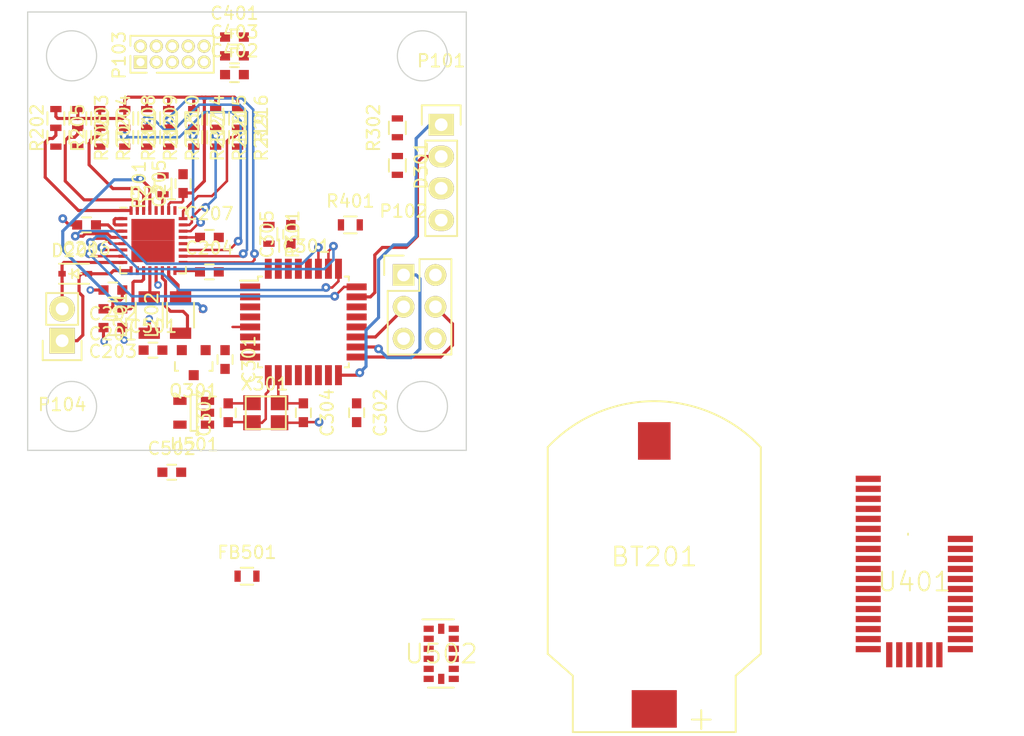
<source format=kicad_pcb>
(kicad_pcb (version 4) (host pcbnew "(2015-07-10 BZR 5924)-product")

  (general
    (links 155)
    (no_connects 98)
    (area 74.949999 74.949999 110.050001 110.050001)
    (thickness 1.6)
    (drawings 33)
    (tracks 342)
    (zones 0)
    (modules 56)
    (nets 83)
  )

  (page A4)
  (layers
    (0 F.Cu signal)
    (1 In1.Cu signal)
    (2 In2.Cu signal)
    (31 B.Cu signal)
    (32 B.Adhes user)
    (33 F.Adhes user)
    (34 B.Paste user)
    (35 F.Paste user)
    (36 B.SilkS user)
    (37 F.SilkS user)
    (38 B.Mask user)
    (39 F.Mask user)
    (40 Dwgs.User user)
    (41 Cmts.User user)
    (42 Eco1.User user)
    (43 Eco2.User user)
    (44 Edge.Cuts user)
    (45 Margin user)
    (46 B.CrtYd user)
    (47 F.CrtYd user)
    (48 B.Fab user)
    (49 F.Fab user)
  )

  (setup
    (last_trace_width 0.25)
    (user_trace_width 0.15)
    (user_trace_width 0.2)
    (user_trace_width 0.25)
    (user_trace_width 0.35)
    (user_trace_width 0.5)
    (user_trace_width 0.75)
    (user_trace_width 1)
    (trace_clearance 0.17)
    (zone_clearance 0.508)
    (zone_45_only no)
    (trace_min 0.15)
    (segment_width 0.2)
    (edge_width 0.1)
    (via_size 0.6)
    (via_drill 0.3)
    (via_min_size 0.6)
    (via_min_drill 0.3)
    (user_via 0.6 0.3)
    (user_via 0.7 0.3)
    (user_via 0.8 0.4)
    (user_via 1 0.6)
    (user_via 1.4 0.8)
    (user_via 2 1)
    (uvia_size 0.3)
    (uvia_drill 0.1)
    (uvias_allowed no)
    (uvia_min_size 0.2)
    (uvia_min_drill 0.1)
    (pcb_text_width 0.3)
    (pcb_text_size 1.5 1.5)
    (mod_edge_width 0.15)
    (mod_text_size 1 1)
    (mod_text_width 0.15)
    (pad_size 1.5 1.5)
    (pad_drill 0.6)
    (pad_to_mask_clearance 0)
    (aux_axis_origin 0 0)
    (visible_elements 7FFEFFFF)
    (pcbplotparams
      (layerselection 0x00030_80000001)
      (usegerberextensions false)
      (excludeedgelayer true)
      (linewidth 0.100000)
      (plotframeref false)
      (viasonmask false)
      (mode 1)
      (useauxorigin false)
      (hpglpennumber 1)
      (hpglpenspeed 20)
      (hpglpendiameter 15)
      (hpglpenoverlay 2)
      (psnegative false)
      (psa4output false)
      (plotreference true)
      (plotvalue true)
      (plotinvisibletext false)
      (padsonsilk false)
      (subtractmaskfromsilk false)
      (outputformat 1)
      (mirror false)
      (drillshape 1)
      (scaleselection 1)
      (outputdirectory ""))
  )

  (net 0 "")
  (net 1 "Net-(C201-Pad1)")
  (net 2 "Net-(C201-Pad2)")
  (net 3 GND)
  (net 4 VCC)
  (net 5 "Net-(C204-Pad1)")
  (net 6 "/Power management/VIN3")
  (net 7 "/Power management/VIN2")
  (net 8 "Net-(BT201-Pad1)")
  (net 9 "Net-(C302-Pad1)")
  (net 10 "Net-(C303-Pad1)")
  (net 11 "Net-(C304-Pad1)")
  (net 12 /Control/RESET)
  (net 13 "/Power management/Harvest1")
  (net 14 "/Power management/Harvest2")
  (net 15 "Net-(D301-Pad1)")
  (net 16 "Net-(D301-Pad2)")
  (net 17 "Net-(L201-Pad2)")
  (net 18 "Net-(L202-Pad1)")
  (net 19 "Net-(L202-Pad2)")
  (net 20 /Control/SW_RX)
  (net 21 /Control/SW_TX)
  (net 22 /Control/MISO)
  (net 23 /Control/SCK)
  (net 24 /Control/MOSI)
  (net 25 /Control/BLE_RS)
  (net 26 "Net-(P103-Pad5)")
  (net 27 /Bluetooth/P2_2-PROG)
  (net 28 "Net-(P103-Pad4)")
  (net 29 "Net-(P103-Pad6)")
  (net 30 /Bluetooth/P2_1-PROG)
  (net 31 "Net-(P103-Pad2)")
  (net 32 /Control/EH_ON)
  (net 33 "Net-(R201-Pad1)")
  (net 34 "/Power management/OUT2")
  (net 35 "/Power management/OUT1")
  (net 36 "/Power management/OUT0")
  (net 37 "/Power management/IPK2")
  (net 38 "/Power management/IPK1")
  (net 39 "/Power management/IPK0")
  (net 40 "/Power management/LBSEL")
  (net 41 "/Power management/FLOAT1")
  (net 42 "/Power management/FLOAT0")
  (net 43 "Net-(U201-Pad1)")
  (net 44 /Control/UV3)
  (net 45 /Control/UV2)
  (net 46 /Control/UV1)
  (net 47 /Control/UV0)
  (net 48 /Control/RX)
  (net 49 /Bluetooth/RXD)
  (net 50 /Control/INT0)
  (net 51 /Control/INT1)
  (net 52 "Net-(IC301-Pad12)")
  (net 53 "Net-(IC301-Pad13)")
  (net 54 "Net-(IC301-Pad14)")
  (net 55 "Net-(IC301-Pad28)")
  (net 56 "Net-(C502-Pad1)")
  (net 57 /Sensor/CS)
  (net 58 "Net-(U501-Pad4)")
  (net 59 "Net-(U401-Pad11)")
  (net 60 "Net-(U401-Pad12)")
  (net 61 "Net-(U401-Pad13)")
  (net 62 "Net-(U401-Pad14)")
  (net 63 "Net-(U401-Pad15)")
  (net 64 "Net-(U401-Pad16)")
  (net 65 "Net-(U401-Pad19)")
  (net 66 "Net-(U401-Pad20)")
  (net 67 "Net-(U401-Pad21)")
  (net 68 "Net-(U401-Pad22)")
  (net 69 "Net-(U401-Pad23)")
  (net 70 "Net-(U401-Pad24)")
  (net 71 "Net-(U401-Pad26)")
  (net 72 "Net-(U401-Pad27)")
  (net 73 "Net-(U401-Pad30)")
  (net 74 "Net-(U401-Pad31)")
  (net 75 "Net-(U401-Pad32)")
  (net 76 "Net-(U401-Pad33)")
  (net 77 "Net-(U401-Pad35)")
  (net 78 "Net-(U502-Pad3)")
  (net 79 "Net-(U502-Pad9)")
  (net 80 "Net-(U502-Pad10)")
  (net 81 "Net-(U502-Pad11)")
  (net 82 /Sensor/SCLK)

  (net_class Default "This is the default net class."
    (clearance 0.17)
    (trace_width 0.25)
    (via_dia 0.6)
    (via_drill 0.3)
    (uvia_dia 0.3)
    (uvia_drill 0.1)
    (add_net /Bluetooth/P2_1-PROG)
    (add_net /Bluetooth/P2_2-PROG)
    (add_net /Bluetooth/RXD)
    (add_net /Control/BLE_RS)
    (add_net /Control/EH_ON)
    (add_net /Control/INT0)
    (add_net /Control/INT1)
    (add_net /Control/MISO)
    (add_net /Control/MOSI)
    (add_net /Control/RESET)
    (add_net /Control/RX)
    (add_net /Control/SCK)
    (add_net /Control/SW_RX)
    (add_net /Control/SW_TX)
    (add_net /Control/UV0)
    (add_net /Control/UV1)
    (add_net /Control/UV2)
    (add_net /Control/UV3)
    (add_net "/Power management/FLOAT0")
    (add_net "/Power management/FLOAT1")
    (add_net "/Power management/Harvest1")
    (add_net "/Power management/Harvest2")
    (add_net "/Power management/IPK0")
    (add_net "/Power management/IPK1")
    (add_net "/Power management/IPK2")
    (add_net "/Power management/LBSEL")
    (add_net "/Power management/OUT0")
    (add_net "/Power management/OUT1")
    (add_net "/Power management/OUT2")
    (add_net "/Power management/VIN2")
    (add_net "/Power management/VIN3")
    (add_net /Sensor/CS)
    (add_net /Sensor/SCLK)
    (add_net GND)
    (add_net "Net-(BT201-Pad1)")
    (add_net "Net-(C201-Pad1)")
    (add_net "Net-(C201-Pad2)")
    (add_net "Net-(C204-Pad1)")
    (add_net "Net-(C302-Pad1)")
    (add_net "Net-(C303-Pad1)")
    (add_net "Net-(C304-Pad1)")
    (add_net "Net-(C502-Pad1)")
    (add_net "Net-(D301-Pad1)")
    (add_net "Net-(D301-Pad2)")
    (add_net "Net-(IC301-Pad12)")
    (add_net "Net-(IC301-Pad13)")
    (add_net "Net-(IC301-Pad14)")
    (add_net "Net-(IC301-Pad28)")
    (add_net "Net-(L201-Pad2)")
    (add_net "Net-(L202-Pad1)")
    (add_net "Net-(L202-Pad2)")
    (add_net "Net-(P103-Pad2)")
    (add_net "Net-(P103-Pad4)")
    (add_net "Net-(P103-Pad5)")
    (add_net "Net-(P103-Pad6)")
    (add_net "Net-(R201-Pad1)")
    (add_net "Net-(U201-Pad1)")
    (add_net "Net-(U401-Pad11)")
    (add_net "Net-(U401-Pad12)")
    (add_net "Net-(U401-Pad13)")
    (add_net "Net-(U401-Pad14)")
    (add_net "Net-(U401-Pad15)")
    (add_net "Net-(U401-Pad16)")
    (add_net "Net-(U401-Pad19)")
    (add_net "Net-(U401-Pad20)")
    (add_net "Net-(U401-Pad21)")
    (add_net "Net-(U401-Pad22)")
    (add_net "Net-(U401-Pad23)")
    (add_net "Net-(U401-Pad24)")
    (add_net "Net-(U401-Pad26)")
    (add_net "Net-(U401-Pad27)")
    (add_net "Net-(U401-Pad30)")
    (add_net "Net-(U401-Pad31)")
    (add_net "Net-(U401-Pad32)")
    (add_net "Net-(U401-Pad33)")
    (add_net "Net-(U401-Pad35)")
    (add_net "Net-(U501-Pad4)")
    (add_net "Net-(U502-Pad10)")
    (add_net "Net-(U502-Pad11)")
    (add_net "Net-(U502-Pad3)")
    (add_net "Net-(U502-Pad9)")
    (add_net VCC)
  )

  (module Capacitors_SMD:C_0603 (layer F.Cu) (tedit 55EAEAD3) (tstamp 55EAE5D1)
    (at 81.8 98.7 180)
    (descr "Capacitor SMD 0603, reflow soldering, AVX (see smccp.pdf)")
    (tags "capacitor 0603")
    (path /55E9A1B1/55E9AF74)
    (attr smd)
    (fp_text reference C201 (at 0 -2 180) (layer F.SilkS)
      (effects (font (size 1 1) (thickness 0.15)))
    )
    (fp_text value 1µ (at 0 1.9 180) (layer F.Fab)
      (effects (font (size 1 1) (thickness 0.15)))
    )
    (fp_line (start -1.45 -0.75) (end 1.45 -0.75) (layer F.CrtYd) (width 0.05))
    (fp_line (start -1.45 0.75) (end 1.45 0.75) (layer F.CrtYd) (width 0.05))
    (fp_line (start -1.45 -0.75) (end -1.45 0.75) (layer F.CrtYd) (width 0.05))
    (fp_line (start 1.45 -0.75) (end 1.45 0.75) (layer F.CrtYd) (width 0.05))
    (fp_line (start -0.35 -0.6) (end 0.35 -0.6) (layer F.SilkS) (width 0.15))
    (fp_line (start 0.35 0.6) (end -0.35 0.6) (layer F.SilkS) (width 0.15))
    (pad 1 smd rect (at -0.75 0 180) (size 0.8 0.75) (layers F.Cu F.Paste F.Mask)
      (net 1 "Net-(C201-Pad1)"))
    (pad 2 smd rect (at 0.75 0 180) (size 0.8 0.75) (layers F.Cu F.Paste F.Mask)
      (net 2 "Net-(C201-Pad2)"))
    (model Capacitors_SMD.3dshapes/C_0603.wrl
      (at (xyz 0 0 0))
      (scale (xyz 1 1 1))
      (rotate (xyz 0 0 0))
    )
  )

  (module Capacitors_SMD:C_0603 (layer F.Cu) (tedit 5415D631) (tstamp 55EAE5D7)
    (at 81.8 97.2 180)
    (descr "Capacitor SMD 0603, reflow soldering, AVX (see smccp.pdf)")
    (tags "capacitor 0603")
    (path /55E9A1B1/55E9AFF3)
    (attr smd)
    (fp_text reference C202 (at 0 -1.9 180) (layer F.SilkS)
      (effects (font (size 1 1) (thickness 0.15)))
    )
    (fp_text value C (at 0 1.9 180) (layer F.Fab)
      (effects (font (size 1 1) (thickness 0.15)))
    )
    (fp_line (start -1.45 -0.75) (end 1.45 -0.75) (layer F.CrtYd) (width 0.05))
    (fp_line (start -1.45 0.75) (end 1.45 0.75) (layer F.CrtYd) (width 0.05))
    (fp_line (start -1.45 -0.75) (end -1.45 0.75) (layer F.CrtYd) (width 0.05))
    (fp_line (start 1.45 -0.75) (end 1.45 0.75) (layer F.CrtYd) (width 0.05))
    (fp_line (start -0.35 -0.6) (end 0.35 -0.6) (layer F.SilkS) (width 0.15))
    (fp_line (start 0.35 0.6) (end -0.35 0.6) (layer F.SilkS) (width 0.15))
    (pad 1 smd rect (at -0.75 0 180) (size 0.8 0.75) (layers F.Cu F.Paste F.Mask)
      (net 2 "Net-(C201-Pad2)"))
    (pad 2 smd rect (at 0.75 0 180) (size 0.8 0.75) (layers F.Cu F.Paste F.Mask)
      (net 3 GND))
    (model Capacitors_SMD.3dshapes/C_0603.wrl
      (at (xyz 0 0 0))
      (scale (xyz 1 1 1))
      (rotate (xyz 0 0 0))
    )
  )

  (module Capacitors_SMD:C_0603 (layer F.Cu) (tedit 5415D631) (tstamp 55EAE5DD)
    (at 81.8 100.2 180)
    (descr "Capacitor SMD 0603, reflow soldering, AVX (see smccp.pdf)")
    (tags "capacitor 0603")
    (path /55E9A1B1/55EA08DD)
    (attr smd)
    (fp_text reference C203 (at 0 -1.9 180) (layer F.SilkS)
      (effects (font (size 1 1) (thickness 0.15)))
    )
    (fp_text value C (at 0 1.9 180) (layer F.Fab)
      (effects (font (size 1 1) (thickness 0.15)))
    )
    (fp_line (start -1.45 -0.75) (end 1.45 -0.75) (layer F.CrtYd) (width 0.05))
    (fp_line (start -1.45 0.75) (end 1.45 0.75) (layer F.CrtYd) (width 0.05))
    (fp_line (start -1.45 -0.75) (end -1.45 0.75) (layer F.CrtYd) (width 0.05))
    (fp_line (start 1.45 -0.75) (end 1.45 0.75) (layer F.CrtYd) (width 0.05))
    (fp_line (start -0.35 -0.6) (end 0.35 -0.6) (layer F.SilkS) (width 0.15))
    (fp_line (start 0.35 0.6) (end -0.35 0.6) (layer F.SilkS) (width 0.15))
    (pad 1 smd rect (at -0.75 0 180) (size 0.8 0.75) (layers F.Cu F.Paste F.Mask)
      (net 4 VCC))
    (pad 2 smd rect (at 0.75 0 180) (size 0.8 0.75) (layers F.Cu F.Paste F.Mask)
      (net 3 GND))
    (model Capacitors_SMD.3dshapes/C_0603.wrl
      (at (xyz 0 0 0))
      (scale (xyz 1 1 1))
      (rotate (xyz 0 0 0))
    )
  )

  (module Capacitors_SMD:C_0603 (layer F.Cu) (tedit 5415D631) (tstamp 55EAE5E3)
    (at 89.5 95.75)
    (descr "Capacitor SMD 0603, reflow soldering, AVX (see smccp.pdf)")
    (tags "capacitor 0603")
    (path /55E9A1B1/55E9B0F4)
    (attr smd)
    (fp_text reference C204 (at 0 -1.9) (layer F.SilkS)
      (effects (font (size 1 1) (thickness 0.15)))
    )
    (fp_text value C (at 0 1.9) (layer F.Fab)
      (effects (font (size 1 1) (thickness 0.15)))
    )
    (fp_line (start -1.45 -0.75) (end 1.45 -0.75) (layer F.CrtYd) (width 0.05))
    (fp_line (start -1.45 0.75) (end 1.45 0.75) (layer F.CrtYd) (width 0.05))
    (fp_line (start -1.45 -0.75) (end -1.45 0.75) (layer F.CrtYd) (width 0.05))
    (fp_line (start 1.45 -0.75) (end 1.45 0.75) (layer F.CrtYd) (width 0.05))
    (fp_line (start -0.35 -0.6) (end 0.35 -0.6) (layer F.SilkS) (width 0.15))
    (fp_line (start 0.35 0.6) (end -0.35 0.6) (layer F.SilkS) (width 0.15))
    (pad 1 smd rect (at -0.75 0) (size 0.8 0.75) (layers F.Cu F.Paste F.Mask)
      (net 5 "Net-(C204-Pad1)"))
    (pad 2 smd rect (at 0.75 0) (size 0.8 0.75) (layers F.Cu F.Paste F.Mask)
      (net 3 GND))
    (model Capacitors_SMD.3dshapes/C_0603.wrl
      (at (xyz 0 0 0))
      (scale (xyz 1 1 1))
      (rotate (xyz 0 0 0))
    )
  )

  (module Capacitors_SMD:C_0603 (layer F.Cu) (tedit 5415D631) (tstamp 55EAE5E9)
    (at 87.4 88.7 90)
    (descr "Capacitor SMD 0603, reflow soldering, AVX (see smccp.pdf)")
    (tags "capacitor 0603")
    (path /55E9A1B1/55EA2FE3)
    (attr smd)
    (fp_text reference C205 (at 0 -1.9 90) (layer F.SilkS)
      (effects (font (size 1 1) (thickness 0.15)))
    )
    (fp_text value 100n (at 0 1.9 90) (layer F.Fab)
      (effects (font (size 1 1) (thickness 0.15)))
    )
    (fp_line (start -1.45 -0.75) (end 1.45 -0.75) (layer F.CrtYd) (width 0.05))
    (fp_line (start -1.45 0.75) (end 1.45 0.75) (layer F.CrtYd) (width 0.05))
    (fp_line (start -1.45 -0.75) (end -1.45 0.75) (layer F.CrtYd) (width 0.05))
    (fp_line (start 1.45 -0.75) (end 1.45 0.75) (layer F.CrtYd) (width 0.05))
    (fp_line (start -0.35 -0.6) (end 0.35 -0.6) (layer F.SilkS) (width 0.15))
    (fp_line (start 0.35 0.6) (end -0.35 0.6) (layer F.SilkS) (width 0.15))
    (pad 1 smd rect (at -0.75 0 90) (size 0.8 0.75) (layers F.Cu F.Paste F.Mask)
      (net 6 "/Power management/VIN3"))
    (pad 2 smd rect (at 0.75 0 90) (size 0.8 0.75) (layers F.Cu F.Paste F.Mask)
      (net 3 GND))
    (model Capacitors_SMD.3dshapes/C_0603.wrl
      (at (xyz 0 0 0))
      (scale (xyz 1 1 1))
      (rotate (xyz 0 0 0))
    )
  )

  (module Capacitors_SMD:C_0603 (layer F.Cu) (tedit 5415D631) (tstamp 55EAE5EF)
    (at 79.7 92 180)
    (descr "Capacitor SMD 0603, reflow soldering, AVX (see smccp.pdf)")
    (tags "capacitor 0603")
    (path /55E9A1B1/55EA330F)
    (attr smd)
    (fp_text reference C206 (at 0 -1.9 180) (layer F.SilkS)
      (effects (font (size 1 1) (thickness 0.15)))
    )
    (fp_text value 4u7 (at 0 1.9 180) (layer F.Fab)
      (effects (font (size 1 1) (thickness 0.15)))
    )
    (fp_line (start -1.45 -0.75) (end 1.45 -0.75) (layer F.CrtYd) (width 0.05))
    (fp_line (start -1.45 0.75) (end 1.45 0.75) (layer F.CrtYd) (width 0.05))
    (fp_line (start -1.45 -0.75) (end -1.45 0.75) (layer F.CrtYd) (width 0.05))
    (fp_line (start 1.45 -0.75) (end 1.45 0.75) (layer F.CrtYd) (width 0.05))
    (fp_line (start -0.35 -0.6) (end 0.35 -0.6) (layer F.SilkS) (width 0.15))
    (fp_line (start 0.35 0.6) (end -0.35 0.6) (layer F.SilkS) (width 0.15))
    (pad 1 smd rect (at -0.75 0 180) (size 0.8 0.75) (layers F.Cu F.Paste F.Mask)
      (net 7 "/Power management/VIN2"))
    (pad 2 smd rect (at 0.75 0 180) (size 0.8 0.75) (layers F.Cu F.Paste F.Mask)
      (net 3 GND))
    (model Capacitors_SMD.3dshapes/C_0603.wrl
      (at (xyz 0 0 0))
      (scale (xyz 1 1 1))
      (rotate (xyz 0 0 0))
    )
  )

  (module Capacitors_SMD:C_0603 (layer F.Cu) (tedit 5415D631) (tstamp 55EAE5F5)
    (at 89.5 93)
    (descr "Capacitor SMD 0603, reflow soldering, AVX (see smccp.pdf)")
    (tags "capacitor 0603")
    (path /55E9A1B1/55EA7A3A)
    (attr smd)
    (fp_text reference C207 (at 0 -1.9) (layer F.SilkS)
      (effects (font (size 1 1) (thickness 0.15)))
    )
    (fp_text value C (at 0 1.9) (layer F.Fab)
      (effects (font (size 1 1) (thickness 0.15)))
    )
    (fp_line (start -1.45 -0.75) (end 1.45 -0.75) (layer F.CrtYd) (width 0.05))
    (fp_line (start -1.45 0.75) (end 1.45 0.75) (layer F.CrtYd) (width 0.05))
    (fp_line (start -1.45 -0.75) (end -1.45 0.75) (layer F.CrtYd) (width 0.05))
    (fp_line (start 1.45 -0.75) (end 1.45 0.75) (layer F.CrtYd) (width 0.05))
    (fp_line (start -0.35 -0.6) (end 0.35 -0.6) (layer F.SilkS) (width 0.15))
    (fp_line (start 0.35 0.6) (end -0.35 0.6) (layer F.SilkS) (width 0.15))
    (pad 1 smd rect (at -0.75 0) (size 0.8 0.75) (layers F.Cu F.Paste F.Mask)
      (net 8 "Net-(BT201-Pad1)"))
    (pad 2 smd rect (at 0.75 0) (size 0.8 0.75) (layers F.Cu F.Paste F.Mask)
      (net 3 GND))
    (model Capacitors_SMD.3dshapes/C_0603.wrl
      (at (xyz 0 0 0))
      (scale (xyz 1 1 1))
      (rotate (xyz 0 0 0))
    )
  )

  (module Capacitors_SMD:C_0603 (layer F.Cu) (tedit 5415D631) (tstamp 55EAE5FB)
    (at 90.75 102.75 270)
    (descr "Capacitor SMD 0603, reflow soldering, AVX (see smccp.pdf)")
    (tags "capacitor 0603")
    (path /55E9A1B4/55EAA2CA)
    (attr smd)
    (fp_text reference C301 (at 0 -1.9 270) (layer F.SilkS)
      (effects (font (size 1 1) (thickness 0.15)))
    )
    (fp_text value 100n (at 0 1.9 270) (layer F.Fab)
      (effects (font (size 1 1) (thickness 0.15)))
    )
    (fp_line (start -1.45 -0.75) (end 1.45 -0.75) (layer F.CrtYd) (width 0.05))
    (fp_line (start -1.45 0.75) (end 1.45 0.75) (layer F.CrtYd) (width 0.05))
    (fp_line (start -1.45 -0.75) (end -1.45 0.75) (layer F.CrtYd) (width 0.05))
    (fp_line (start 1.45 -0.75) (end 1.45 0.75) (layer F.CrtYd) (width 0.05))
    (fp_line (start -0.35 -0.6) (end 0.35 -0.6) (layer F.SilkS) (width 0.15))
    (fp_line (start 0.35 0.6) (end -0.35 0.6) (layer F.SilkS) (width 0.15))
    (pad 1 smd rect (at -0.75 0 270) (size 0.8 0.75) (layers F.Cu F.Paste F.Mask)
      (net 4 VCC))
    (pad 2 smd rect (at 0.75 0 270) (size 0.8 0.75) (layers F.Cu F.Paste F.Mask)
      (net 3 GND))
    (model Capacitors_SMD.3dshapes/C_0603.wrl
      (at (xyz 0 0 0))
      (scale (xyz 1 1 1))
      (rotate (xyz 0 0 0))
    )
  )

  (module Capacitors_SMD:C_0603 (layer F.Cu) (tedit 5415D631) (tstamp 55EAE601)
    (at 101.25 107 270)
    (descr "Capacitor SMD 0603, reflow soldering, AVX (see smccp.pdf)")
    (tags "capacitor 0603")
    (path /55E9A1B4/55EA9E39)
    (attr smd)
    (fp_text reference C302 (at 0 -1.9 270) (layer F.SilkS)
      (effects (font (size 1 1) (thickness 0.15)))
    )
    (fp_text value 100n (at 0 1.9 270) (layer F.Fab)
      (effects (font (size 1 1) (thickness 0.15)))
    )
    (fp_line (start -1.45 -0.75) (end 1.45 -0.75) (layer F.CrtYd) (width 0.05))
    (fp_line (start -1.45 0.75) (end 1.45 0.75) (layer F.CrtYd) (width 0.05))
    (fp_line (start -1.45 -0.75) (end -1.45 0.75) (layer F.CrtYd) (width 0.05))
    (fp_line (start 1.45 -0.75) (end 1.45 0.75) (layer F.CrtYd) (width 0.05))
    (fp_line (start -0.35 -0.6) (end 0.35 -0.6) (layer F.SilkS) (width 0.15))
    (fp_line (start 0.35 0.6) (end -0.35 0.6) (layer F.SilkS) (width 0.15))
    (pad 1 smd rect (at -0.75 0 270) (size 0.8 0.75) (layers F.Cu F.Paste F.Mask)
      (net 9 "Net-(C302-Pad1)"))
    (pad 2 smd rect (at 0.75 0 270) (size 0.8 0.75) (layers F.Cu F.Paste F.Mask)
      (net 3 GND))
    (model Capacitors_SMD.3dshapes/C_0603.wrl
      (at (xyz 0 0 0))
      (scale (xyz 1 1 1))
      (rotate (xyz 0 0 0))
    )
  )

  (module Capacitors_SMD:C_0603 (layer F.Cu) (tedit 5415D631) (tstamp 55EAE607)
    (at 91 107 90)
    (descr "Capacitor SMD 0603, reflow soldering, AVX (see smccp.pdf)")
    (tags "capacitor 0603")
    (path /55E9A1B4/55EA8BD8)
    (attr smd)
    (fp_text reference C303 (at 0 -1.9 90) (layer F.SilkS)
      (effects (font (size 1 1) (thickness 0.15)))
    )
    (fp_text value 22p (at 0 1.9 90) (layer F.Fab)
      (effects (font (size 1 1) (thickness 0.15)))
    )
    (fp_line (start -1.45 -0.75) (end 1.45 -0.75) (layer F.CrtYd) (width 0.05))
    (fp_line (start -1.45 0.75) (end 1.45 0.75) (layer F.CrtYd) (width 0.05))
    (fp_line (start -1.45 -0.75) (end -1.45 0.75) (layer F.CrtYd) (width 0.05))
    (fp_line (start 1.45 -0.75) (end 1.45 0.75) (layer F.CrtYd) (width 0.05))
    (fp_line (start -0.35 -0.6) (end 0.35 -0.6) (layer F.SilkS) (width 0.15))
    (fp_line (start 0.35 0.6) (end -0.35 0.6) (layer F.SilkS) (width 0.15))
    (pad 1 smd rect (at -0.75 0 90) (size 0.8 0.75) (layers F.Cu F.Paste F.Mask)
      (net 10 "Net-(C303-Pad1)"))
    (pad 2 smd rect (at 0.75 0 90) (size 0.8 0.75) (layers F.Cu F.Paste F.Mask)
      (net 3 GND))
    (model Capacitors_SMD.3dshapes/C_0603.wrl
      (at (xyz 0 0 0))
      (scale (xyz 1 1 1))
      (rotate (xyz 0 0 0))
    )
  )

  (module Capacitors_SMD:C_0603 (layer F.Cu) (tedit 5415D631) (tstamp 55EAE60D)
    (at 97 107 270)
    (descr "Capacitor SMD 0603, reflow soldering, AVX (see smccp.pdf)")
    (tags "capacitor 0603")
    (path /55E9A1B4/55EA8B95)
    (attr smd)
    (fp_text reference C304 (at 0 -1.9 270) (layer F.SilkS)
      (effects (font (size 1 1) (thickness 0.15)))
    )
    (fp_text value 22p (at 0 1.9 270) (layer F.Fab)
      (effects (font (size 1 1) (thickness 0.15)))
    )
    (fp_line (start -1.45 -0.75) (end 1.45 -0.75) (layer F.CrtYd) (width 0.05))
    (fp_line (start -1.45 0.75) (end 1.45 0.75) (layer F.CrtYd) (width 0.05))
    (fp_line (start -1.45 -0.75) (end -1.45 0.75) (layer F.CrtYd) (width 0.05))
    (fp_line (start 1.45 -0.75) (end 1.45 0.75) (layer F.CrtYd) (width 0.05))
    (fp_line (start -0.35 -0.6) (end 0.35 -0.6) (layer F.SilkS) (width 0.15))
    (fp_line (start 0.35 0.6) (end -0.35 0.6) (layer F.SilkS) (width 0.15))
    (pad 1 smd rect (at -0.75 0 270) (size 0.8 0.75) (layers F.Cu F.Paste F.Mask)
      (net 11 "Net-(C304-Pad1)"))
    (pad 2 smd rect (at 0.75 0 270) (size 0.8 0.75) (layers F.Cu F.Paste F.Mask)
      (net 3 GND))
    (model Capacitors_SMD.3dshapes/C_0603.wrl
      (at (xyz 0 0 0))
      (scale (xyz 1 1 1))
      (rotate (xyz 0 0 0))
    )
  )

  (module Capacitors_SMD:C_0603 (layer F.Cu) (tedit 5415D631) (tstamp 55EAE613)
    (at 96 92.75 90)
    (descr "Capacitor SMD 0603, reflow soldering, AVX (see smccp.pdf)")
    (tags "capacitor 0603")
    (path /55E9A1B4/55EA9000)
    (attr smd)
    (fp_text reference C305 (at 0 -1.9 90) (layer F.SilkS)
      (effects (font (size 1 1) (thickness 0.15)))
    )
    (fp_text value 100n (at 0 1.9 90) (layer F.Fab)
      (effects (font (size 1 1) (thickness 0.15)))
    )
    (fp_line (start -1.45 -0.75) (end 1.45 -0.75) (layer F.CrtYd) (width 0.05))
    (fp_line (start -1.45 0.75) (end 1.45 0.75) (layer F.CrtYd) (width 0.05))
    (fp_line (start -1.45 -0.75) (end -1.45 0.75) (layer F.CrtYd) (width 0.05))
    (fp_line (start 1.45 -0.75) (end 1.45 0.75) (layer F.CrtYd) (width 0.05))
    (fp_line (start -0.35 -0.6) (end 0.35 -0.6) (layer F.SilkS) (width 0.15))
    (fp_line (start 0.35 0.6) (end -0.35 0.6) (layer F.SilkS) (width 0.15))
    (pad 1 smd rect (at -0.75 0 90) (size 0.8 0.75) (layers F.Cu F.Paste F.Mask)
      (net 12 /Control/RESET))
    (pad 2 smd rect (at 0.75 0 90) (size 0.8 0.75) (layers F.Cu F.Paste F.Mask)
      (net 3 GND))
    (model Capacitors_SMD.3dshapes/C_0603.wrl
      (at (xyz 0 0 0))
      (scale (xyz 1 1 1))
      (rotate (xyz 0 0 0))
    )
  )

  (module Capacitors_SMD:C_0603 (layer F.Cu) (tedit 5415D631) (tstamp 55EAE619)
    (at 91.5 77)
    (descr "Capacitor SMD 0603, reflow soldering, AVX (see smccp.pdf)")
    (tags "capacitor 0603")
    (path /55E9A1BB/55EB74FE)
    (attr smd)
    (fp_text reference C401 (at 0 -1.9) (layer F.SilkS)
      (effects (font (size 1 1) (thickness 0.15)))
    )
    (fp_text value 470n (at 0 1.9) (layer F.Fab)
      (effects (font (size 1 1) (thickness 0.15)))
    )
    (fp_line (start -1.45 -0.75) (end 1.45 -0.75) (layer F.CrtYd) (width 0.05))
    (fp_line (start -1.45 0.75) (end 1.45 0.75) (layer F.CrtYd) (width 0.05))
    (fp_line (start -1.45 -0.75) (end -1.45 0.75) (layer F.CrtYd) (width 0.05))
    (fp_line (start 1.45 -0.75) (end 1.45 0.75) (layer F.CrtYd) (width 0.05))
    (fp_line (start -0.35 -0.6) (end 0.35 -0.6) (layer F.SilkS) (width 0.15))
    (fp_line (start 0.35 0.6) (end -0.35 0.6) (layer F.SilkS) (width 0.15))
    (pad 1 smd rect (at -0.75 0) (size 0.8 0.75) (layers F.Cu F.Paste F.Mask)
      (net 4 VCC))
    (pad 2 smd rect (at 0.75 0) (size 0.8 0.75) (layers F.Cu F.Paste F.Mask)
      (net 3 GND))
    (model Capacitors_SMD.3dshapes/C_0603.wrl
      (at (xyz 0 0 0))
      (scale (xyz 1 1 1))
      (rotate (xyz 0 0 0))
    )
  )

  (module Capacitors_SMD:C_0603 (layer F.Cu) (tedit 5415D631) (tstamp 55EAE61F)
    (at 91.5 80)
    (descr "Capacitor SMD 0603, reflow soldering, AVX (see smccp.pdf)")
    (tags "capacitor 0603")
    (path /55E9A1BB/55EB7535)
    (attr smd)
    (fp_text reference C402 (at 0 -1.9) (layer F.SilkS)
      (effects (font (size 1 1) (thickness 0.15)))
    )
    (fp_text value 470n (at 0 1.9) (layer F.Fab)
      (effects (font (size 1 1) (thickness 0.15)))
    )
    (fp_line (start -1.45 -0.75) (end 1.45 -0.75) (layer F.CrtYd) (width 0.05))
    (fp_line (start -1.45 0.75) (end 1.45 0.75) (layer F.CrtYd) (width 0.05))
    (fp_line (start -1.45 -0.75) (end -1.45 0.75) (layer F.CrtYd) (width 0.05))
    (fp_line (start 1.45 -0.75) (end 1.45 0.75) (layer F.CrtYd) (width 0.05))
    (fp_line (start -0.35 -0.6) (end 0.35 -0.6) (layer F.SilkS) (width 0.15))
    (fp_line (start 0.35 0.6) (end -0.35 0.6) (layer F.SilkS) (width 0.15))
    (pad 1 smd rect (at -0.75 0) (size 0.8 0.75) (layers F.Cu F.Paste F.Mask)
      (net 4 VCC))
    (pad 2 smd rect (at 0.75 0) (size 0.8 0.75) (layers F.Cu F.Paste F.Mask)
      (net 3 GND))
    (model Capacitors_SMD.3dshapes/C_0603.wrl
      (at (xyz 0 0 0))
      (scale (xyz 1 1 1))
      (rotate (xyz 0 0 0))
    )
  )

  (module Capacitors_SMD:C_0603 (layer F.Cu) (tedit 5415D631) (tstamp 55EAE625)
    (at 91.5 78.5)
    (descr "Capacitor SMD 0603, reflow soldering, AVX (see smccp.pdf)")
    (tags "capacitor 0603")
    (path /55E9A1BB/55EB7552)
    (attr smd)
    (fp_text reference C403 (at 0 -1.9) (layer F.SilkS)
      (effects (font (size 1 1) (thickness 0.15)))
    )
    (fp_text value 470n (at 0 1.9) (layer F.Fab)
      (effects (font (size 1 1) (thickness 0.15)))
    )
    (fp_line (start -1.45 -0.75) (end 1.45 -0.75) (layer F.CrtYd) (width 0.05))
    (fp_line (start -1.45 0.75) (end 1.45 0.75) (layer F.CrtYd) (width 0.05))
    (fp_line (start -1.45 -0.75) (end -1.45 0.75) (layer F.CrtYd) (width 0.05))
    (fp_line (start 1.45 -0.75) (end 1.45 0.75) (layer F.CrtYd) (width 0.05))
    (fp_line (start -0.35 -0.6) (end 0.35 -0.6) (layer F.SilkS) (width 0.15))
    (fp_line (start 0.35 0.6) (end -0.35 0.6) (layer F.SilkS) (width 0.15))
    (pad 1 smd rect (at -0.75 0) (size 0.8 0.75) (layers F.Cu F.Paste F.Mask)
      (net 4 VCC))
    (pad 2 smd rect (at 0.75 0) (size 0.8 0.75) (layers F.Cu F.Paste F.Mask)
      (net 3 GND))
    (model Capacitors_SMD.3dshapes/C_0603.wrl
      (at (xyz 0 0 0))
      (scale (xyz 1 1 1))
      (rotate (xyz 0 0 0))
    )
  )

  (module Diodes_SMD:SOD-323 (layer F.Cu) (tedit 5530FC5E) (tstamp 55EAE62B)
    (at 78.8 95.9)
    (descr SOD-323)
    (tags SOD-323)
    (path /55E9A1B1/55E9AE0E)
    (attr smd)
    (fp_text reference D201 (at 0 -1.85) (layer F.SilkS)
      (effects (font (size 1 1) (thickness 0.15)))
    )
    (fp_text value TVS (at 0.1 1.9) (layer F.Fab)
      (effects (font (size 1 1) (thickness 0.15)))
    )
    (fp_line (start 0.25 0) (end 0.5 0) (layer F.SilkS) (width 0.15))
    (fp_line (start -0.25 0) (end -0.5 0) (layer F.SilkS) (width 0.15))
    (fp_line (start -0.25 0) (end 0.25 -0.35) (layer F.SilkS) (width 0.15))
    (fp_line (start 0.25 -0.35) (end 0.25 0.35) (layer F.SilkS) (width 0.15))
    (fp_line (start 0.25 0.35) (end -0.25 0) (layer F.SilkS) (width 0.15))
    (fp_line (start -0.25 -0.35) (end -0.25 0.35) (layer F.SilkS) (width 0.15))
    (fp_line (start -1.5 -0.95) (end 1.5 -0.95) (layer F.CrtYd) (width 0.05))
    (fp_line (start 1.5 -0.95) (end 1.5 0.95) (layer F.CrtYd) (width 0.05))
    (fp_line (start -1.5 0.95) (end 1.5 0.95) (layer F.CrtYd) (width 0.05))
    (fp_line (start -1.5 -0.95) (end -1.5 0.95) (layer F.CrtYd) (width 0.05))
    (fp_line (start -1.3 0.8) (end 1.1 0.8) (layer F.SilkS) (width 0.15))
    (fp_line (start -1.3 -0.8) (end 1.1 -0.8) (layer F.SilkS) (width 0.15))
    (pad 1 smd rect (at -1.055 0) (size 0.59 0.45) (layers F.Cu F.Paste F.Mask)
      (net 13 "/Power management/Harvest1"))
    (pad 2 smd rect (at 1.055 0) (size 0.59 0.45) (layers F.Cu F.Paste F.Mask)
      (net 14 "/Power management/Harvest2"))
  )

  (module Resistors_SMD:R_0603 (layer F.Cu) (tedit 5415CC62) (tstamp 55EAE631)
    (at 104.5 87.25 270)
    (descr "Resistor SMD 0603, reflow soldering, Vishay (see dcrcw.pdf)")
    (tags "resistor 0603")
    (path /55E9A1B4/55EACC40)
    (attr smd)
    (fp_text reference D301 (at 0 -1.9 270) (layer F.SilkS)
      (effects (font (size 1 1) (thickness 0.15)))
    )
    (fp_text value LED (at 0 1.9 270) (layer F.Fab)
      (effects (font (size 1 1) (thickness 0.15)))
    )
    (fp_line (start -1.3 -0.8) (end 1.3 -0.8) (layer F.CrtYd) (width 0.05))
    (fp_line (start -1.3 0.8) (end 1.3 0.8) (layer F.CrtYd) (width 0.05))
    (fp_line (start -1.3 -0.8) (end -1.3 0.8) (layer F.CrtYd) (width 0.05))
    (fp_line (start 1.3 -0.8) (end 1.3 0.8) (layer F.CrtYd) (width 0.05))
    (fp_line (start 0.5 0.675) (end -0.5 0.675) (layer F.SilkS) (width 0.15))
    (fp_line (start -0.5 -0.675) (end 0.5 -0.675) (layer F.SilkS) (width 0.15))
    (pad 1 smd rect (at -0.75 0 270) (size 0.5 0.9) (layers F.Cu F.Paste F.Mask)
      (net 15 "Net-(D301-Pad1)"))
    (pad 2 smd rect (at 0.75 0 270) (size 0.5 0.9) (layers F.Cu F.Paste F.Mask)
      (net 16 "Net-(D301-Pad2)"))
    (model Resistors_SMD.3dshapes/R_0603.wrl
      (at (xyz 0 0 0))
      (scale (xyz 1 1 1))
      (rotate (xyz 0 0 0))
    )
  )

  (module Resistors_SMD:R_1206 (layer F.Cu) (tedit 5415CFA7) (tstamp 55EAE637)
    (at 84.7 99.2 90)
    (descr "Resistor SMD 1206, reflow soldering, Vishay (see dcrcw.pdf)")
    (tags "resistor 1206")
    (path /55E9A1B1/55EA045E)
    (attr smd)
    (fp_text reference L201 (at 0 -2.3 90) (layer F.SilkS)
      (effects (font (size 1 1) (thickness 0.15)))
    )
    (fp_text value INDUCTOR (at 0 2.3 90) (layer F.Fab)
      (effects (font (size 1 1) (thickness 0.15)))
    )
    (fp_line (start -2.2 -1.2) (end 2.2 -1.2) (layer F.CrtYd) (width 0.05))
    (fp_line (start -2.2 1.2) (end 2.2 1.2) (layer F.CrtYd) (width 0.05))
    (fp_line (start -2.2 -1.2) (end -2.2 1.2) (layer F.CrtYd) (width 0.05))
    (fp_line (start 2.2 -1.2) (end 2.2 1.2) (layer F.CrtYd) (width 0.05))
    (fp_line (start 1 1.075) (end -1 1.075) (layer F.SilkS) (width 0.15))
    (fp_line (start -1 -1.075) (end 1 -1.075) (layer F.SilkS) (width 0.15))
    (pad 1 smd rect (at -1.45 0 90) (size 0.9 1.7) (layers F.Cu F.Paste F.Mask)
      (net 4 VCC))
    (pad 2 smd rect (at 1.45 0 90) (size 0.9 1.7) (layers F.Cu F.Paste F.Mask)
      (net 17 "Net-(L201-Pad2)"))
    (model Resistors_SMD.3dshapes/R_1206.wrl
      (at (xyz 0 0 0))
      (scale (xyz 1 1 1))
      (rotate (xyz 0 0 0))
    )
  )

  (module Resistors_SMD:R_1206 (layer F.Cu) (tedit 5415CFA7) (tstamp 55EAE63D)
    (at 87.2 99.2 90)
    (descr "Resistor SMD 1206, reflow soldering, Vishay (see dcrcw.pdf)")
    (tags "resistor 1206")
    (path /55E9A1B1/55EA02AC)
    (attr smd)
    (fp_text reference L202 (at 0 -2.3 90) (layer F.SilkS)
      (effects (font (size 1 1) (thickness 0.15)))
    )
    (fp_text value INDUCTOR (at 0 2.3 90) (layer F.Fab)
      (effects (font (size 1 1) (thickness 0.15)))
    )
    (fp_line (start -2.2 -1.2) (end 2.2 -1.2) (layer F.CrtYd) (width 0.05))
    (fp_line (start -2.2 1.2) (end 2.2 1.2) (layer F.CrtYd) (width 0.05))
    (fp_line (start -2.2 -1.2) (end -2.2 1.2) (layer F.CrtYd) (width 0.05))
    (fp_line (start 2.2 -1.2) (end 2.2 1.2) (layer F.CrtYd) (width 0.05))
    (fp_line (start 1 1.075) (end -1 1.075) (layer F.SilkS) (width 0.15))
    (fp_line (start -1 -1.075) (end 1 -1.075) (layer F.SilkS) (width 0.15))
    (pad 1 smd rect (at -1.45 0 90) (size 0.9 1.7) (layers F.Cu F.Paste F.Mask)
      (net 18 "Net-(L202-Pad1)"))
    (pad 2 smd rect (at 1.45 0 90) (size 0.9 1.7) (layers F.Cu F.Paste F.Mask)
      (net 19 "Net-(L202-Pad2)"))
    (model Resistors_SMD.3dshapes/R_1206.wrl
      (at (xyz 0 0 0))
      (scale (xyz 1 1 1))
      (rotate (xyz 0 0 0))
    )
  )

  (module Pin_Headers:Pin_Header_Straight_1x04 (layer F.Cu) (tedit 0) (tstamp 55EAE645)
    (at 108 84)
    (descr "Through hole pin header")
    (tags "pin header")
    (path /55EC3C1E)
    (fp_text reference P101 (at 0 -5.1) (layer F.SilkS)
      (effects (font (size 1 1) (thickness 0.15)))
    )
    (fp_text value CONN_01X04 (at 0 -3.1) (layer F.Fab)
      (effects (font (size 1 1) (thickness 0.15)))
    )
    (fp_line (start -1.75 -1.75) (end -1.75 9.4) (layer F.CrtYd) (width 0.05))
    (fp_line (start 1.75 -1.75) (end 1.75 9.4) (layer F.CrtYd) (width 0.05))
    (fp_line (start -1.75 -1.75) (end 1.75 -1.75) (layer F.CrtYd) (width 0.05))
    (fp_line (start -1.75 9.4) (end 1.75 9.4) (layer F.CrtYd) (width 0.05))
    (fp_line (start -1.27 1.27) (end -1.27 8.89) (layer F.SilkS) (width 0.15))
    (fp_line (start 1.27 1.27) (end 1.27 8.89) (layer F.SilkS) (width 0.15))
    (fp_line (start 1.55 -1.55) (end 1.55 0) (layer F.SilkS) (width 0.15))
    (fp_line (start -1.27 8.89) (end 1.27 8.89) (layer F.SilkS) (width 0.15))
    (fp_line (start 1.27 1.27) (end -1.27 1.27) (layer F.SilkS) (width 0.15))
    (fp_line (start -1.55 0) (end -1.55 -1.55) (layer F.SilkS) (width 0.15))
    (fp_line (start -1.55 -1.55) (end 1.55 -1.55) (layer F.SilkS) (width 0.15))
    (pad 1 thru_hole rect (at 0 0) (size 2.032 1.7272) (drill 1.016) (layers *.Cu *.Mask F.SilkS)
      (net 20 /Control/SW_RX))
    (pad 2 thru_hole oval (at 0 2.54) (size 2.032 1.7272) (drill 1.016) (layers *.Cu *.Mask F.SilkS)
      (net 21 /Control/SW_TX))
    (pad 3 thru_hole oval (at 0 5.08) (size 2.032 1.7272) (drill 1.016) (layers *.Cu *.Mask F.SilkS)
      (net 3 GND))
    (pad 4 thru_hole oval (at 0 7.62) (size 2.032 1.7272) (drill 1.016) (layers *.Cu *.Mask F.SilkS)
      (net 4 VCC))
    (model Pin_Headers.3dshapes/Pin_Header_Straight_1x04.wrl
      (at (xyz 0 -0.15 0))
      (scale (xyz 1 1 1))
      (rotate (xyz 0 0 90))
    )
  )

  (module Pin_Headers:Pin_Header_Straight_2x05_Pitch1.27mm (layer F.Cu) (tedit 555DD4BF) (tstamp 55EAE65D)
    (at 84 79 90)
    (descr "Through hole pin header, pitch 1.27mm")
    (tags "pin header")
    (path /55EBD3BE)
    (fp_text reference P103 (at 0.55 -1.7 90) (layer F.SilkS)
      (effects (font (size 1 1) (thickness 0.15)))
    )
    (fp_text value CONN_02X05 (at 0 6.9 90) (layer F.Fab)
      (effects (font (size 1 1) (thickness 0.15)))
    )
    (fp_line (start 2.1 -0.8) (end 1.3 -0.8) (layer F.SilkS) (width 0.15))
    (fp_line (start 2.1 5.85) (end 2.1 -0.8) (layer F.SilkS) (width 0.15))
    (fp_line (start 2.1 5.85) (end -0.85 5.85) (layer F.SilkS) (width 0.15))
    (fp_line (start -1.1 -1.05) (end -1.1 6.1) (layer F.CrtYd) (width 0.05))
    (fp_line (start 2.35 -1.05) (end 2.35 6.1) (layer F.CrtYd) (width 0.05))
    (fp_line (start -1.1 -1.05) (end 2.35 -1.05) (layer F.CrtYd) (width 0.05))
    (fp_line (start -1.1 6.1) (end 2.35 6.1) (layer F.CrtYd) (width 0.05))
    (fp_line (start -0.85 5.85) (end -0.85 1.3) (layer F.SilkS) (width 0.15))
    (fp_line (start 0.5 -0.8) (end -0.85 -0.8) (layer F.SilkS) (width 0.15))
    (fp_line (start -0.85 -0.8) (end -0.85 0.5) (layer F.SilkS) (width 0.15))
    (pad 1 thru_hole rect (at 0 0 90) (size 1.05 1.05) (drill 0.65) (layers *.Cu *.Mask F.SilkS)
      (net 4 VCC))
    (pad 3 thru_hole circle (at 0 1.27 90) (size 1.05 1.05) (drill 0.65) (layers *.Cu *.Mask F.SilkS)
      (net 25 /Control/BLE_RS))
    (pad 5 thru_hole circle (at 0 2.54 90) (size 1.05 1.05) (drill 0.65) (layers *.Cu *.Mask F.SilkS)
      (net 26 "Net-(P103-Pad5)"))
    (pad 7 thru_hole circle (at 0 3.81 90) (size 1.05 1.05) (drill 0.65) (layers *.Cu *.Mask F.SilkS)
      (net 27 /Bluetooth/P2_2-PROG))
    (pad 9 thru_hole circle (at 0 5.08 90) (size 1.05 1.05) (drill 0.65) (layers *.Cu *.Mask F.SilkS)
      (net 3 GND))
    (pad 4 thru_hole circle (at 1.27 1.27 90) (size 1.05 1.05) (drill 0.65) (layers *.Cu *.Mask F.SilkS)
      (net 28 "Net-(P103-Pad4)"))
    (pad 6 thru_hole circle (at 1.27 2.54 90) (size 1.05 1.05) (drill 0.65) (layers *.Cu *.Mask F.SilkS)
      (net 29 "Net-(P103-Pad6)"))
    (pad 8 thru_hole circle (at 1.27 3.81 90) (size 1.05 1.05) (drill 0.65) (layers *.Cu *.Mask F.SilkS)
      (net 30 /Bluetooth/P2_1-PROG))
    (pad 10 thru_hole circle (at 1.27 5.08 90) (size 1.05 1.05) (drill 0.65) (layers *.Cu *.Mask F.SilkS)
      (net 4 VCC))
    (pad 2 thru_hole circle (at 1.27 0 90) (size 1.05 1.05) (drill 0.65) (layers *.Cu *.Mask F.SilkS)
      (net 31 "Net-(P103-Pad2)"))
  )

  (module Pin_Headers:Pin_Header_Straight_1x02 (layer F.Cu) (tedit 54EA090C) (tstamp 55EAE663)
    (at 77.75 101.25 180)
    (descr "Through hole pin header")
    (tags "pin header")
    (path /55EBAE65)
    (fp_text reference P104 (at 0 -5.1 180) (layer F.SilkS)
      (effects (font (size 1 1) (thickness 0.15)))
    )
    (fp_text value CONN_01X02 (at 0 -3.1 180) (layer F.Fab)
      (effects (font (size 1 1) (thickness 0.15)))
    )
    (fp_line (start 1.27 1.27) (end 1.27 3.81) (layer F.SilkS) (width 0.15))
    (fp_line (start 1.55 -1.55) (end 1.55 0) (layer F.SilkS) (width 0.15))
    (fp_line (start -1.75 -1.75) (end -1.75 4.3) (layer F.CrtYd) (width 0.05))
    (fp_line (start 1.75 -1.75) (end 1.75 4.3) (layer F.CrtYd) (width 0.05))
    (fp_line (start -1.75 -1.75) (end 1.75 -1.75) (layer F.CrtYd) (width 0.05))
    (fp_line (start -1.75 4.3) (end 1.75 4.3) (layer F.CrtYd) (width 0.05))
    (fp_line (start 1.27 1.27) (end -1.27 1.27) (layer F.SilkS) (width 0.15))
    (fp_line (start -1.55 0) (end -1.55 -1.55) (layer F.SilkS) (width 0.15))
    (fp_line (start -1.55 -1.55) (end 1.55 -1.55) (layer F.SilkS) (width 0.15))
    (fp_line (start -1.27 1.27) (end -1.27 3.81) (layer F.SilkS) (width 0.15))
    (fp_line (start -1.27 3.81) (end 1.27 3.81) (layer F.SilkS) (width 0.15))
    (pad 1 thru_hole rect (at 0 0 180) (size 2.032 2.032) (drill 1.016) (layers *.Cu *.Mask F.SilkS)
      (net 14 "/Power management/Harvest2"))
    (pad 2 thru_hole oval (at 0 2.54 180) (size 2.032 2.032) (drill 1.016) (layers *.Cu *.Mask F.SilkS)
      (net 13 "/Power management/Harvest1"))
    (model Pin_Headers.3dshapes/Pin_Header_Straight_1x02.wrl
      (at (xyz 0 -0.05 0))
      (scale (xyz 1 1 1))
      (rotate (xyz 0 0 90))
    )
  )

  (module TO_SOT_Packages_SMD:SOT-23 (layer F.Cu) (tedit 553634F8) (tstamp 55EAE66A)
    (at 88.25 103 180)
    (descr "SOT-23, Standard")
    (tags SOT-23)
    (path /55E9A1B4/55EAF184)
    (attr smd)
    (fp_text reference Q301 (at 0 -2.25 180) (layer F.SilkS)
      (effects (font (size 1 1) (thickness 0.15)))
    )
    (fp_text value Q_NMOS_DGS (at 0 2.3 180) (layer F.Fab)
      (effects (font (size 1 1) (thickness 0.15)))
    )
    (fp_line (start -1.65 -1.6) (end 1.65 -1.6) (layer F.CrtYd) (width 0.05))
    (fp_line (start 1.65 -1.6) (end 1.65 1.6) (layer F.CrtYd) (width 0.05))
    (fp_line (start 1.65 1.6) (end -1.65 1.6) (layer F.CrtYd) (width 0.05))
    (fp_line (start -1.65 1.6) (end -1.65 -1.6) (layer F.CrtYd) (width 0.05))
    (fp_line (start 1.29916 -0.65024) (end 1.2509 -0.65024) (layer F.SilkS) (width 0.15))
    (fp_line (start -1.49982 0.0508) (end -1.49982 -0.65024) (layer F.SilkS) (width 0.15))
    (fp_line (start -1.49982 -0.65024) (end -1.2509 -0.65024) (layer F.SilkS) (width 0.15))
    (fp_line (start 1.29916 -0.65024) (end 1.49982 -0.65024) (layer F.SilkS) (width 0.15))
    (fp_line (start 1.49982 -0.65024) (end 1.49982 0.0508) (layer F.SilkS) (width 0.15))
    (pad 1 smd rect (at -0.95 1.00076 180) (size 0.8001 0.8001) (layers F.Cu F.Paste F.Mask)
      (net 51 /Control/INT1))
    (pad 2 smd rect (at 0.95 1.00076 180) (size 0.8001 0.8001) (layers F.Cu F.Paste F.Mask)
      (net 32 /Control/EH_ON))
    (pad 3 smd rect (at 0 -0.99822 180) (size 0.8001 0.8001) (layers F.Cu F.Paste F.Mask)
      (net 3 GND))
    (model TO_SOT_Packages_SMD.3dshapes/SOT-23.wrl
      (at (xyz 0 0 0))
      (scale (xyz 1 1 1))
      (rotate (xyz 0 0 0))
    )
  )

  (module Resistors_SMD:R_0603 (layer F.Cu) (tedit 5415CC62) (tstamp 55EAE670)
    (at 85.8 88.8 90)
    (descr "Resistor SMD 0603, reflow soldering, Vishay (see dcrcw.pdf)")
    (tags "resistor 0603")
    (path /55E9A1B1/55EA0DD1)
    (attr smd)
    (fp_text reference R201 (at 0 -1.9 90) (layer F.SilkS)
      (effects (font (size 1 1) (thickness 0.15)))
    )
    (fp_text value R (at 0 1.9 90) (layer F.Fab)
      (effects (font (size 1 1) (thickness 0.15)))
    )
    (fp_line (start -1.3 -0.8) (end 1.3 -0.8) (layer F.CrtYd) (width 0.05))
    (fp_line (start -1.3 0.8) (end 1.3 0.8) (layer F.CrtYd) (width 0.05))
    (fp_line (start -1.3 -0.8) (end -1.3 0.8) (layer F.CrtYd) (width 0.05))
    (fp_line (start 1.3 -0.8) (end 1.3 0.8) (layer F.CrtYd) (width 0.05))
    (fp_line (start 0.5 0.675) (end -0.5 0.675) (layer F.SilkS) (width 0.15))
    (fp_line (start -0.5 -0.675) (end 0.5 -0.675) (layer F.SilkS) (width 0.15))
    (pad 1 smd rect (at -0.75 0 90) (size 0.5 0.9) (layers F.Cu F.Paste F.Mask)
      (net 33 "Net-(R201-Pad1)"))
    (pad 2 smd rect (at 0.75 0 90) (size 0.5 0.9) (layers F.Cu F.Paste F.Mask)
      (net 5 "Net-(C204-Pad1)"))
    (model Resistors_SMD.3dshapes/R_0603.wrl
      (at (xyz 0 0 0))
      (scale (xyz 1 1 1))
      (rotate (xyz 0 0 0))
    )
  )

  (module Resistors_SMD:R_0603 (layer F.Cu) (tedit 55EB164C) (tstamp 55EAE676)
    (at 77.25 83.5 270)
    (descr "Resistor SMD 0603, reflow soldering, Vishay (see dcrcw.pdf)")
    (tags "resistor 0603")
    (path /55E9A1B1/55E9B31F)
    (attr smd)
    (fp_text reference R202 (at 0.75 1.5 270) (layer F.SilkS)
      (effects (font (size 1 1) (thickness 0.15)))
    )
    (fp_text value R (at 0 1.9 270) (layer F.Fab)
      (effects (font (size 1 1) (thickness 0.15)))
    )
    (fp_line (start -1.3 -0.8) (end 1.3 -0.8) (layer F.CrtYd) (width 0.05))
    (fp_line (start -1.3 0.8) (end 1.3 0.8) (layer F.CrtYd) (width 0.05))
    (fp_line (start -1.3 -0.8) (end -1.3 0.8) (layer F.CrtYd) (width 0.05))
    (fp_line (start 1.3 -0.8) (end 1.3 0.8) (layer F.CrtYd) (width 0.05))
    (fp_line (start 0.5 0.675) (end -0.5 0.675) (layer F.SilkS) (width 0.15))
    (fp_line (start -0.5 -0.675) (end 0.5 -0.675) (layer F.SilkS) (width 0.15))
    (pad 1 smd rect (at -0.75 0 270) (size 0.5 0.9) (layers F.Cu F.Paste F.Mask)
      (net 6 "/Power management/VIN3"))
    (pad 2 smd rect (at 0.75 0 270) (size 0.5 0.9) (layers F.Cu F.Paste F.Mask)
      (net 34 "/Power management/OUT2"))
    (model Resistors_SMD.3dshapes/R_0603.wrl
      (at (xyz 0 0 0))
      (scale (xyz 1 1 1))
      (rotate (xyz 0 0 0))
    )
  )

  (module Resistors_SMD:R_0603 (layer F.Cu) (tedit 5415CC62) (tstamp 55EAE67C)
    (at 79 83.5 270)
    (descr "Resistor SMD 0603, reflow soldering, Vishay (see dcrcw.pdf)")
    (tags "resistor 0603")
    (path /55E9A1B1/55E9B2FC)
    (attr smd)
    (fp_text reference R203 (at 0 -1.9 270) (layer F.SilkS)
      (effects (font (size 1 1) (thickness 0.15)))
    )
    (fp_text value R (at 0 1.9 270) (layer F.Fab)
      (effects (font (size 1 1) (thickness 0.15)))
    )
    (fp_line (start -1.3 -0.8) (end 1.3 -0.8) (layer F.CrtYd) (width 0.05))
    (fp_line (start -1.3 0.8) (end 1.3 0.8) (layer F.CrtYd) (width 0.05))
    (fp_line (start -1.3 -0.8) (end -1.3 0.8) (layer F.CrtYd) (width 0.05))
    (fp_line (start 1.3 -0.8) (end 1.3 0.8) (layer F.CrtYd) (width 0.05))
    (fp_line (start 0.5 0.675) (end -0.5 0.675) (layer F.SilkS) (width 0.15))
    (fp_line (start -0.5 -0.675) (end 0.5 -0.675) (layer F.SilkS) (width 0.15))
    (pad 1 smd rect (at -0.75 0 270) (size 0.5 0.9) (layers F.Cu F.Paste F.Mask)
      (net 6 "/Power management/VIN3"))
    (pad 2 smd rect (at 0.75 0 270) (size 0.5 0.9) (layers F.Cu F.Paste F.Mask)
      (net 35 "/Power management/OUT1"))
    (model Resistors_SMD.3dshapes/R_0603.wrl
      (at (xyz 0 0 0))
      (scale (xyz 1 1 1))
      (rotate (xyz 0 0 0))
    )
  )

  (module Resistors_SMD:R_0603 (layer F.Cu) (tedit 5415CC62) (tstamp 55EAE682)
    (at 80.75 83.5 270)
    (descr "Resistor SMD 0603, reflow soldering, Vishay (see dcrcw.pdf)")
    (tags "resistor 0603")
    (path /55E9A1B1/55E9B2C7)
    (attr smd)
    (fp_text reference R204 (at 0 -1.9 270) (layer F.SilkS)
      (effects (font (size 1 1) (thickness 0.15)))
    )
    (fp_text value R (at 0 1.9 270) (layer F.Fab)
      (effects (font (size 1 1) (thickness 0.15)))
    )
    (fp_line (start -1.3 -0.8) (end 1.3 -0.8) (layer F.CrtYd) (width 0.05))
    (fp_line (start -1.3 0.8) (end 1.3 0.8) (layer F.CrtYd) (width 0.05))
    (fp_line (start -1.3 -0.8) (end -1.3 0.8) (layer F.CrtYd) (width 0.05))
    (fp_line (start 1.3 -0.8) (end 1.3 0.8) (layer F.CrtYd) (width 0.05))
    (fp_line (start 0.5 0.675) (end -0.5 0.675) (layer F.SilkS) (width 0.15))
    (fp_line (start -0.5 -0.675) (end 0.5 -0.675) (layer F.SilkS) (width 0.15))
    (pad 1 smd rect (at -0.75 0 270) (size 0.5 0.9) (layers F.Cu F.Paste F.Mask)
      (net 6 "/Power management/VIN3"))
    (pad 2 smd rect (at 0.75 0 270) (size 0.5 0.9) (layers F.Cu F.Paste F.Mask)
      (net 36 "/Power management/OUT0"))
    (model Resistors_SMD.3dshapes/R_0603.wrl
      (at (xyz 0 0 0))
      (scale (xyz 1 1 1))
      (rotate (xyz 0 0 0))
    )
  )

  (module Resistors_SMD:R_0603 (layer F.Cu) (tedit 55EB164F) (tstamp 55EAE688)
    (at 77.25 85 270)
    (descr "Resistor SMD 0603, reflow soldering, Vishay (see dcrcw.pdf)")
    (tags "resistor 0603")
    (path /55E9A1B1/55E9B3F1)
    (attr smd)
    (fp_text reference R205 (at -0.75 -1.75 270) (layer F.SilkS)
      (effects (font (size 1 1) (thickness 0.15)))
    )
    (fp_text value R (at 0 1.9 270) (layer F.Fab)
      (effects (font (size 1 1) (thickness 0.15)))
    )
    (fp_line (start -1.3 -0.8) (end 1.3 -0.8) (layer F.CrtYd) (width 0.05))
    (fp_line (start -1.3 0.8) (end 1.3 0.8) (layer F.CrtYd) (width 0.05))
    (fp_line (start -1.3 -0.8) (end -1.3 0.8) (layer F.CrtYd) (width 0.05))
    (fp_line (start 1.3 -0.8) (end 1.3 0.8) (layer F.CrtYd) (width 0.05))
    (fp_line (start 0.5 0.675) (end -0.5 0.675) (layer F.SilkS) (width 0.15))
    (fp_line (start -0.5 -0.675) (end 0.5 -0.675) (layer F.SilkS) (width 0.15))
    (pad 1 smd rect (at -0.75 0 270) (size 0.5 0.9) (layers F.Cu F.Paste F.Mask)
      (net 34 "/Power management/OUT2"))
    (pad 2 smd rect (at 0.75 0 270) (size 0.5 0.9) (layers F.Cu F.Paste F.Mask)
      (net 3 GND))
    (model Resistors_SMD.3dshapes/R_0603.wrl
      (at (xyz 0 0 0))
      (scale (xyz 1 1 1))
      (rotate (xyz 0 0 0))
    )
  )

  (module Resistors_SMD:R_0603 (layer F.Cu) (tedit 5415CC62) (tstamp 55EAE68E)
    (at 79 85 270)
    (descr "Resistor SMD 0603, reflow soldering, Vishay (see dcrcw.pdf)")
    (tags "resistor 0603")
    (path /55E9A1B1/55E9B3EB)
    (attr smd)
    (fp_text reference R206 (at 0 -1.9 270) (layer F.SilkS)
      (effects (font (size 1 1) (thickness 0.15)))
    )
    (fp_text value R (at 0 1.9 270) (layer F.Fab)
      (effects (font (size 1 1) (thickness 0.15)))
    )
    (fp_line (start -1.3 -0.8) (end 1.3 -0.8) (layer F.CrtYd) (width 0.05))
    (fp_line (start -1.3 0.8) (end 1.3 0.8) (layer F.CrtYd) (width 0.05))
    (fp_line (start -1.3 -0.8) (end -1.3 0.8) (layer F.CrtYd) (width 0.05))
    (fp_line (start 1.3 -0.8) (end 1.3 0.8) (layer F.CrtYd) (width 0.05))
    (fp_line (start 0.5 0.675) (end -0.5 0.675) (layer F.SilkS) (width 0.15))
    (fp_line (start -0.5 -0.675) (end 0.5 -0.675) (layer F.SilkS) (width 0.15))
    (pad 1 smd rect (at -0.75 0 270) (size 0.5 0.9) (layers F.Cu F.Paste F.Mask)
      (net 35 "/Power management/OUT1"))
    (pad 2 smd rect (at 0.75 0 270) (size 0.5 0.9) (layers F.Cu F.Paste F.Mask)
      (net 3 GND))
    (model Resistors_SMD.3dshapes/R_0603.wrl
      (at (xyz 0 0 0))
      (scale (xyz 1 1 1))
      (rotate (xyz 0 0 0))
    )
  )

  (module Resistors_SMD:R_0603 (layer F.Cu) (tedit 5415CC62) (tstamp 55EAE694)
    (at 80.75 85 270)
    (descr "Resistor SMD 0603, reflow soldering, Vishay (see dcrcw.pdf)")
    (tags "resistor 0603")
    (path /55E9A1B1/55E9B3E5)
    (attr smd)
    (fp_text reference R207 (at 0 -1.9 270) (layer F.SilkS)
      (effects (font (size 1 1) (thickness 0.15)))
    )
    (fp_text value R (at 0 1.9 270) (layer F.Fab)
      (effects (font (size 1 1) (thickness 0.15)))
    )
    (fp_line (start -1.3 -0.8) (end 1.3 -0.8) (layer F.CrtYd) (width 0.05))
    (fp_line (start -1.3 0.8) (end 1.3 0.8) (layer F.CrtYd) (width 0.05))
    (fp_line (start -1.3 -0.8) (end -1.3 0.8) (layer F.CrtYd) (width 0.05))
    (fp_line (start 1.3 -0.8) (end 1.3 0.8) (layer F.CrtYd) (width 0.05))
    (fp_line (start 0.5 0.675) (end -0.5 0.675) (layer F.SilkS) (width 0.15))
    (fp_line (start -0.5 -0.675) (end 0.5 -0.675) (layer F.SilkS) (width 0.15))
    (pad 1 smd rect (at -0.75 0 270) (size 0.5 0.9) (layers F.Cu F.Paste F.Mask)
      (net 36 "/Power management/OUT0"))
    (pad 2 smd rect (at 0.75 0 270) (size 0.5 0.9) (layers F.Cu F.Paste F.Mask)
      (net 3 GND))
    (model Resistors_SMD.3dshapes/R_0603.wrl
      (at (xyz 0 0 0))
      (scale (xyz 1 1 1))
      (rotate (xyz 0 0 0))
    )
  )

  (module Resistors_SMD:R_0603 (layer F.Cu) (tedit 5415CC62) (tstamp 55EAE69A)
    (at 82.75 83.5 270)
    (descr "Resistor SMD 0603, reflow soldering, Vishay (see dcrcw.pdf)")
    (tags "resistor 0603")
    (path /55E9A1B1/55E9DB78)
    (attr smd)
    (fp_text reference R208 (at 0 -1.9 270) (layer F.SilkS)
      (effects (font (size 1 1) (thickness 0.15)))
    )
    (fp_text value R (at 0 1.9 270) (layer F.Fab)
      (effects (font (size 1 1) (thickness 0.15)))
    )
    (fp_line (start -1.3 -0.8) (end 1.3 -0.8) (layer F.CrtYd) (width 0.05))
    (fp_line (start -1.3 0.8) (end 1.3 0.8) (layer F.CrtYd) (width 0.05))
    (fp_line (start -1.3 -0.8) (end -1.3 0.8) (layer F.CrtYd) (width 0.05))
    (fp_line (start 1.3 -0.8) (end 1.3 0.8) (layer F.CrtYd) (width 0.05))
    (fp_line (start 0.5 0.675) (end -0.5 0.675) (layer F.SilkS) (width 0.15))
    (fp_line (start -0.5 -0.675) (end 0.5 -0.675) (layer F.SilkS) (width 0.15))
    (pad 1 smd rect (at -0.75 0 270) (size 0.5 0.9) (layers F.Cu F.Paste F.Mask)
      (net 6 "/Power management/VIN3"))
    (pad 2 smd rect (at 0.75 0 270) (size 0.5 0.9) (layers F.Cu F.Paste F.Mask)
      (net 37 "/Power management/IPK2"))
    (model Resistors_SMD.3dshapes/R_0603.wrl
      (at (xyz 0 0 0))
      (scale (xyz 1 1 1))
      (rotate (xyz 0 0 0))
    )
  )

  (module Resistors_SMD:R_0603 (layer F.Cu) (tedit 5415CC62) (tstamp 55EAE6A0)
    (at 84.5 83.5 270)
    (descr "Resistor SMD 0603, reflow soldering, Vishay (see dcrcw.pdf)")
    (tags "resistor 0603")
    (path /55E9A1B1/55E9DB72)
    (attr smd)
    (fp_text reference R209 (at 0 -1.9 270) (layer F.SilkS)
      (effects (font (size 1 1) (thickness 0.15)))
    )
    (fp_text value R (at 0 1.9 270) (layer F.Fab)
      (effects (font (size 1 1) (thickness 0.15)))
    )
    (fp_line (start -1.3 -0.8) (end 1.3 -0.8) (layer F.CrtYd) (width 0.05))
    (fp_line (start -1.3 0.8) (end 1.3 0.8) (layer F.CrtYd) (width 0.05))
    (fp_line (start -1.3 -0.8) (end -1.3 0.8) (layer F.CrtYd) (width 0.05))
    (fp_line (start 1.3 -0.8) (end 1.3 0.8) (layer F.CrtYd) (width 0.05))
    (fp_line (start 0.5 0.675) (end -0.5 0.675) (layer F.SilkS) (width 0.15))
    (fp_line (start -0.5 -0.675) (end 0.5 -0.675) (layer F.SilkS) (width 0.15))
    (pad 1 smd rect (at -0.75 0 270) (size 0.5 0.9) (layers F.Cu F.Paste F.Mask)
      (net 6 "/Power management/VIN3"))
    (pad 2 smd rect (at 0.75 0 270) (size 0.5 0.9) (layers F.Cu F.Paste F.Mask)
      (net 38 "/Power management/IPK1"))
    (model Resistors_SMD.3dshapes/R_0603.wrl
      (at (xyz 0 0 0))
      (scale (xyz 1 1 1))
      (rotate (xyz 0 0 0))
    )
  )

  (module Resistors_SMD:R_0603 (layer F.Cu) (tedit 5415CC62) (tstamp 55EAE6A6)
    (at 86.25 83.5 270)
    (descr "Resistor SMD 0603, reflow soldering, Vishay (see dcrcw.pdf)")
    (tags "resistor 0603")
    (path /55E9A1B1/55E9DB6C)
    (attr smd)
    (fp_text reference R210 (at 0 -1.9 270) (layer F.SilkS)
      (effects (font (size 1 1) (thickness 0.15)))
    )
    (fp_text value R (at 0 1.9 270) (layer F.Fab)
      (effects (font (size 1 1) (thickness 0.15)))
    )
    (fp_line (start -1.3 -0.8) (end 1.3 -0.8) (layer F.CrtYd) (width 0.05))
    (fp_line (start -1.3 0.8) (end 1.3 0.8) (layer F.CrtYd) (width 0.05))
    (fp_line (start -1.3 -0.8) (end -1.3 0.8) (layer F.CrtYd) (width 0.05))
    (fp_line (start 1.3 -0.8) (end 1.3 0.8) (layer F.CrtYd) (width 0.05))
    (fp_line (start 0.5 0.675) (end -0.5 0.675) (layer F.SilkS) (width 0.15))
    (fp_line (start -0.5 -0.675) (end 0.5 -0.675) (layer F.SilkS) (width 0.15))
    (pad 1 smd rect (at -0.75 0 270) (size 0.5 0.9) (layers F.Cu F.Paste F.Mask)
      (net 6 "/Power management/VIN3"))
    (pad 2 smd rect (at 0.75 0 270) (size 0.5 0.9) (layers F.Cu F.Paste F.Mask)
      (net 39 "/Power management/IPK0"))
    (model Resistors_SMD.3dshapes/R_0603.wrl
      (at (xyz 0 0 0))
      (scale (xyz 1 1 1))
      (rotate (xyz 0 0 0))
    )
  )

  (module Resistors_SMD:R_0603 (layer F.Cu) (tedit 5415CC62) (tstamp 55EAE6AC)
    (at 82.75 85 270)
    (descr "Resistor SMD 0603, reflow soldering, Vishay (see dcrcw.pdf)")
    (tags "resistor 0603")
    (path /55E9A1B1/55E9DB8A)
    (attr smd)
    (fp_text reference R211 (at 0 -1.9 270) (layer F.SilkS)
      (effects (font (size 1 1) (thickness 0.15)))
    )
    (fp_text value R (at 0 1.9 270) (layer F.Fab)
      (effects (font (size 1 1) (thickness 0.15)))
    )
    (fp_line (start -1.3 -0.8) (end 1.3 -0.8) (layer F.CrtYd) (width 0.05))
    (fp_line (start -1.3 0.8) (end 1.3 0.8) (layer F.CrtYd) (width 0.05))
    (fp_line (start -1.3 -0.8) (end -1.3 0.8) (layer F.CrtYd) (width 0.05))
    (fp_line (start 1.3 -0.8) (end 1.3 0.8) (layer F.CrtYd) (width 0.05))
    (fp_line (start 0.5 0.675) (end -0.5 0.675) (layer F.SilkS) (width 0.15))
    (fp_line (start -0.5 -0.675) (end 0.5 -0.675) (layer F.SilkS) (width 0.15))
    (pad 1 smd rect (at -0.75 0 270) (size 0.5 0.9) (layers F.Cu F.Paste F.Mask)
      (net 37 "/Power management/IPK2"))
    (pad 2 smd rect (at 0.75 0 270) (size 0.5 0.9) (layers F.Cu F.Paste F.Mask)
      (net 3 GND))
    (model Resistors_SMD.3dshapes/R_0603.wrl
      (at (xyz 0 0 0))
      (scale (xyz 1 1 1))
      (rotate (xyz 0 0 0))
    )
  )

  (module Resistors_SMD:R_0603 (layer F.Cu) (tedit 5415CC62) (tstamp 55EAE6B2)
    (at 84.5 85 270)
    (descr "Resistor SMD 0603, reflow soldering, Vishay (see dcrcw.pdf)")
    (tags "resistor 0603")
    (path /55E9A1B1/55E9DB84)
    (attr smd)
    (fp_text reference R212 (at 0 -1.9 270) (layer F.SilkS)
      (effects (font (size 1 1) (thickness 0.15)))
    )
    (fp_text value R (at 0 1.9 270) (layer F.Fab)
      (effects (font (size 1 1) (thickness 0.15)))
    )
    (fp_line (start -1.3 -0.8) (end 1.3 -0.8) (layer F.CrtYd) (width 0.05))
    (fp_line (start -1.3 0.8) (end 1.3 0.8) (layer F.CrtYd) (width 0.05))
    (fp_line (start -1.3 -0.8) (end -1.3 0.8) (layer F.CrtYd) (width 0.05))
    (fp_line (start 1.3 -0.8) (end 1.3 0.8) (layer F.CrtYd) (width 0.05))
    (fp_line (start 0.5 0.675) (end -0.5 0.675) (layer F.SilkS) (width 0.15))
    (fp_line (start -0.5 -0.675) (end 0.5 -0.675) (layer F.SilkS) (width 0.15))
    (pad 1 smd rect (at -0.75 0 270) (size 0.5 0.9) (layers F.Cu F.Paste F.Mask)
      (net 38 "/Power management/IPK1"))
    (pad 2 smd rect (at 0.75 0 270) (size 0.5 0.9) (layers F.Cu F.Paste F.Mask)
      (net 3 GND))
    (model Resistors_SMD.3dshapes/R_0603.wrl
      (at (xyz 0 0 0))
      (scale (xyz 1 1 1))
      (rotate (xyz 0 0 0))
    )
  )

  (module Resistors_SMD:R_0603 (layer F.Cu) (tedit 5415CC62) (tstamp 55EAE6B8)
    (at 86.25 85 270)
    (descr "Resistor SMD 0603, reflow soldering, Vishay (see dcrcw.pdf)")
    (tags "resistor 0603")
    (path /55E9A1B1/55E9DB7E)
    (attr smd)
    (fp_text reference R213 (at 0 -1.9 270) (layer F.SilkS)
      (effects (font (size 1 1) (thickness 0.15)))
    )
    (fp_text value R (at 0 1.9 270) (layer F.Fab)
      (effects (font (size 1 1) (thickness 0.15)))
    )
    (fp_line (start -1.3 -0.8) (end 1.3 -0.8) (layer F.CrtYd) (width 0.05))
    (fp_line (start -1.3 0.8) (end 1.3 0.8) (layer F.CrtYd) (width 0.05))
    (fp_line (start -1.3 -0.8) (end -1.3 0.8) (layer F.CrtYd) (width 0.05))
    (fp_line (start 1.3 -0.8) (end 1.3 0.8) (layer F.CrtYd) (width 0.05))
    (fp_line (start 0.5 0.675) (end -0.5 0.675) (layer F.SilkS) (width 0.15))
    (fp_line (start -0.5 -0.675) (end 0.5 -0.675) (layer F.SilkS) (width 0.15))
    (pad 1 smd rect (at -0.75 0 270) (size 0.5 0.9) (layers F.Cu F.Paste F.Mask)
      (net 39 "/Power management/IPK0"))
    (pad 2 smd rect (at 0.75 0 270) (size 0.5 0.9) (layers F.Cu F.Paste F.Mask)
      (net 3 GND))
    (model Resistors_SMD.3dshapes/R_0603.wrl
      (at (xyz 0 0 0))
      (scale (xyz 1 1 1))
      (rotate (xyz 0 0 0))
    )
  )

  (module Resistors_SMD:R_0603 (layer F.Cu) (tedit 5415CC62) (tstamp 55EAE6BE)
    (at 88.25 83.5 270)
    (descr "Resistor SMD 0603, reflow soldering, Vishay (see dcrcw.pdf)")
    (tags "resistor 0603")
    (path /55E9A1B1/55E9C408)
    (attr smd)
    (fp_text reference R214 (at 0 -1.9 270) (layer F.SilkS)
      (effects (font (size 1 1) (thickness 0.15)))
    )
    (fp_text value R (at 0 1.9 270) (layer F.Fab)
      (effects (font (size 1 1) (thickness 0.15)))
    )
    (fp_line (start -1.3 -0.8) (end 1.3 -0.8) (layer F.CrtYd) (width 0.05))
    (fp_line (start -1.3 0.8) (end 1.3 0.8) (layer F.CrtYd) (width 0.05))
    (fp_line (start -1.3 -0.8) (end -1.3 0.8) (layer F.CrtYd) (width 0.05))
    (fp_line (start 1.3 -0.8) (end 1.3 0.8) (layer F.CrtYd) (width 0.05))
    (fp_line (start 0.5 0.675) (end -0.5 0.675) (layer F.SilkS) (width 0.15))
    (fp_line (start -0.5 -0.675) (end 0.5 -0.675) (layer F.SilkS) (width 0.15))
    (pad 1 smd rect (at -0.75 0 270) (size 0.5 0.9) (layers F.Cu F.Paste F.Mask)
      (net 6 "/Power management/VIN3"))
    (pad 2 smd rect (at 0.75 0 270) (size 0.5 0.9) (layers F.Cu F.Paste F.Mask)
      (net 40 "/Power management/LBSEL"))
    (model Resistors_SMD.3dshapes/R_0603.wrl
      (at (xyz 0 0 0))
      (scale (xyz 1 1 1))
      (rotate (xyz 0 0 0))
    )
  )

  (module Resistors_SMD:R_0603 (layer F.Cu) (tedit 5415CC62) (tstamp 55EAE6C4)
    (at 90 83.5 270)
    (descr "Resistor SMD 0603, reflow soldering, Vishay (see dcrcw.pdf)")
    (tags "resistor 0603")
    (path /55E9A1B1/55E9C402)
    (attr smd)
    (fp_text reference R215 (at 0 -1.9 270) (layer F.SilkS)
      (effects (font (size 1 1) (thickness 0.15)))
    )
    (fp_text value R (at 0 1.9 270) (layer F.Fab)
      (effects (font (size 1 1) (thickness 0.15)))
    )
    (fp_line (start -1.3 -0.8) (end 1.3 -0.8) (layer F.CrtYd) (width 0.05))
    (fp_line (start -1.3 0.8) (end 1.3 0.8) (layer F.CrtYd) (width 0.05))
    (fp_line (start -1.3 -0.8) (end -1.3 0.8) (layer F.CrtYd) (width 0.05))
    (fp_line (start 1.3 -0.8) (end 1.3 0.8) (layer F.CrtYd) (width 0.05))
    (fp_line (start 0.5 0.675) (end -0.5 0.675) (layer F.SilkS) (width 0.15))
    (fp_line (start -0.5 -0.675) (end 0.5 -0.675) (layer F.SilkS) (width 0.15))
    (pad 1 smd rect (at -0.75 0 270) (size 0.5 0.9) (layers F.Cu F.Paste F.Mask)
      (net 6 "/Power management/VIN3"))
    (pad 2 smd rect (at 0.75 0 270) (size 0.5 0.9) (layers F.Cu F.Paste F.Mask)
      (net 41 "/Power management/FLOAT1"))
    (model Resistors_SMD.3dshapes/R_0603.wrl
      (at (xyz 0 0 0))
      (scale (xyz 1 1 1))
      (rotate (xyz 0 0 0))
    )
  )

  (module Resistors_SMD:R_0603 (layer F.Cu) (tedit 5415CC62) (tstamp 55EAE6CA)
    (at 91.75 83.5 270)
    (descr "Resistor SMD 0603, reflow soldering, Vishay (see dcrcw.pdf)")
    (tags "resistor 0603")
    (path /55E9A1B1/55E9C3FC)
    (attr smd)
    (fp_text reference R216 (at 0 -1.9 270) (layer F.SilkS)
      (effects (font (size 1 1) (thickness 0.15)))
    )
    (fp_text value R (at 0 1.9 270) (layer F.Fab)
      (effects (font (size 1 1) (thickness 0.15)))
    )
    (fp_line (start -1.3 -0.8) (end 1.3 -0.8) (layer F.CrtYd) (width 0.05))
    (fp_line (start -1.3 0.8) (end 1.3 0.8) (layer F.CrtYd) (width 0.05))
    (fp_line (start -1.3 -0.8) (end -1.3 0.8) (layer F.CrtYd) (width 0.05))
    (fp_line (start 1.3 -0.8) (end 1.3 0.8) (layer F.CrtYd) (width 0.05))
    (fp_line (start 0.5 0.675) (end -0.5 0.675) (layer F.SilkS) (width 0.15))
    (fp_line (start -0.5 -0.675) (end 0.5 -0.675) (layer F.SilkS) (width 0.15))
    (pad 1 smd rect (at -0.75 0 270) (size 0.5 0.9) (layers F.Cu F.Paste F.Mask)
      (net 6 "/Power management/VIN3"))
    (pad 2 smd rect (at 0.75 0 270) (size 0.5 0.9) (layers F.Cu F.Paste F.Mask)
      (net 42 "/Power management/FLOAT0"))
    (model Resistors_SMD.3dshapes/R_0603.wrl
      (at (xyz 0 0 0))
      (scale (xyz 1 1 1))
      (rotate (xyz 0 0 0))
    )
  )

  (module Resistors_SMD:R_0603 (layer F.Cu) (tedit 5415CC62) (tstamp 55EAE6D0)
    (at 88.25 85 270)
    (descr "Resistor SMD 0603, reflow soldering, Vishay (see dcrcw.pdf)")
    (tags "resistor 0603")
    (path /55E9A1B1/55E9C41A)
    (attr smd)
    (fp_text reference R217 (at 0 -1.9 270) (layer F.SilkS)
      (effects (font (size 1 1) (thickness 0.15)))
    )
    (fp_text value R (at 0 1.9 270) (layer F.Fab)
      (effects (font (size 1 1) (thickness 0.15)))
    )
    (fp_line (start -1.3 -0.8) (end 1.3 -0.8) (layer F.CrtYd) (width 0.05))
    (fp_line (start -1.3 0.8) (end 1.3 0.8) (layer F.CrtYd) (width 0.05))
    (fp_line (start -1.3 -0.8) (end -1.3 0.8) (layer F.CrtYd) (width 0.05))
    (fp_line (start 1.3 -0.8) (end 1.3 0.8) (layer F.CrtYd) (width 0.05))
    (fp_line (start 0.5 0.675) (end -0.5 0.675) (layer F.SilkS) (width 0.15))
    (fp_line (start -0.5 -0.675) (end 0.5 -0.675) (layer F.SilkS) (width 0.15))
    (pad 1 smd rect (at -0.75 0 270) (size 0.5 0.9) (layers F.Cu F.Paste F.Mask)
      (net 40 "/Power management/LBSEL"))
    (pad 2 smd rect (at 0.75 0 270) (size 0.5 0.9) (layers F.Cu F.Paste F.Mask)
      (net 3 GND))
    (model Resistors_SMD.3dshapes/R_0603.wrl
      (at (xyz 0 0 0))
      (scale (xyz 1 1 1))
      (rotate (xyz 0 0 0))
    )
  )

  (module Resistors_SMD:R_0603 (layer F.Cu) (tedit 5415CC62) (tstamp 55EAE6D6)
    (at 90 85 270)
    (descr "Resistor SMD 0603, reflow soldering, Vishay (see dcrcw.pdf)")
    (tags "resistor 0603")
    (path /55E9A1B1/55E9C414)
    (attr smd)
    (fp_text reference R218 (at 0 -1.9 270) (layer F.SilkS)
      (effects (font (size 1 1) (thickness 0.15)))
    )
    (fp_text value R (at 0 1.9 270) (layer F.Fab)
      (effects (font (size 1 1) (thickness 0.15)))
    )
    (fp_line (start -1.3 -0.8) (end 1.3 -0.8) (layer F.CrtYd) (width 0.05))
    (fp_line (start -1.3 0.8) (end 1.3 0.8) (layer F.CrtYd) (width 0.05))
    (fp_line (start -1.3 -0.8) (end -1.3 0.8) (layer F.CrtYd) (width 0.05))
    (fp_line (start 1.3 -0.8) (end 1.3 0.8) (layer F.CrtYd) (width 0.05))
    (fp_line (start 0.5 0.675) (end -0.5 0.675) (layer F.SilkS) (width 0.15))
    (fp_line (start -0.5 -0.675) (end 0.5 -0.675) (layer F.SilkS) (width 0.15))
    (pad 1 smd rect (at -0.75 0 270) (size 0.5 0.9) (layers F.Cu F.Paste F.Mask)
      (net 41 "/Power management/FLOAT1"))
    (pad 2 smd rect (at 0.75 0 270) (size 0.5 0.9) (layers F.Cu F.Paste F.Mask)
      (net 3 GND))
    (model Resistors_SMD.3dshapes/R_0603.wrl
      (at (xyz 0 0 0))
      (scale (xyz 1 1 1))
      (rotate (xyz 0 0 0))
    )
  )

  (module Resistors_SMD:R_0603 (layer F.Cu) (tedit 5415CC62) (tstamp 55EAE6DC)
    (at 91.75 85 270)
    (descr "Resistor SMD 0603, reflow soldering, Vishay (see dcrcw.pdf)")
    (tags "resistor 0603")
    (path /55E9A1B1/55E9C40E)
    (attr smd)
    (fp_text reference R219 (at 0 -1.9 270) (layer F.SilkS)
      (effects (font (size 1 1) (thickness 0.15)))
    )
    (fp_text value R (at 0 1.9 270) (layer F.Fab)
      (effects (font (size 1 1) (thickness 0.15)))
    )
    (fp_line (start -1.3 -0.8) (end 1.3 -0.8) (layer F.CrtYd) (width 0.05))
    (fp_line (start -1.3 0.8) (end 1.3 0.8) (layer F.CrtYd) (width 0.05))
    (fp_line (start -1.3 -0.8) (end -1.3 0.8) (layer F.CrtYd) (width 0.05))
    (fp_line (start 1.3 -0.8) (end 1.3 0.8) (layer F.CrtYd) (width 0.05))
    (fp_line (start 0.5 0.675) (end -0.5 0.675) (layer F.SilkS) (width 0.15))
    (fp_line (start -0.5 -0.675) (end 0.5 -0.675) (layer F.SilkS) (width 0.15))
    (pad 1 smd rect (at -0.75 0 270) (size 0.5 0.9) (layers F.Cu F.Paste F.Mask)
      (net 42 "/Power management/FLOAT0"))
    (pad 2 smd rect (at 0.75 0 270) (size 0.5 0.9) (layers F.Cu F.Paste F.Mask)
      (net 3 GND))
    (model Resistors_SMD.3dshapes/R_0603.wrl
      (at (xyz 0 0 0))
      (scale (xyz 1 1 1))
      (rotate (xyz 0 0 0))
    )
  )

  (module Resistors_SMD:R_0603 (layer F.Cu) (tedit 5415CC62) (tstamp 55EAE6E2)
    (at 94.25 92.75 270)
    (descr "Resistor SMD 0603, reflow soldering, Vishay (see dcrcw.pdf)")
    (tags "resistor 0603")
    (path /55E9A1B4/55EA8FD5)
    (attr smd)
    (fp_text reference R301 (at 0 -1.9 270) (layer F.SilkS)
      (effects (font (size 1 1) (thickness 0.15)))
    )
    (fp_text value 10k (at 0 1.9 270) (layer F.Fab)
      (effects (font (size 1 1) (thickness 0.15)))
    )
    (fp_line (start -1.3 -0.8) (end 1.3 -0.8) (layer F.CrtYd) (width 0.05))
    (fp_line (start -1.3 0.8) (end 1.3 0.8) (layer F.CrtYd) (width 0.05))
    (fp_line (start -1.3 -0.8) (end -1.3 0.8) (layer F.CrtYd) (width 0.05))
    (fp_line (start 1.3 -0.8) (end 1.3 0.8) (layer F.CrtYd) (width 0.05))
    (fp_line (start 0.5 0.675) (end -0.5 0.675) (layer F.SilkS) (width 0.15))
    (fp_line (start -0.5 -0.675) (end 0.5 -0.675) (layer F.SilkS) (width 0.15))
    (pad 1 smd rect (at -0.75 0 270) (size 0.5 0.9) (layers F.Cu F.Paste F.Mask)
      (net 4 VCC))
    (pad 2 smd rect (at 0.75 0 270) (size 0.5 0.9) (layers F.Cu F.Paste F.Mask)
      (net 12 /Control/RESET))
    (model Resistors_SMD.3dshapes/R_0603.wrl
      (at (xyz 0 0 0))
      (scale (xyz 1 1 1))
      (rotate (xyz 0 0 0))
    )
  )

  (module Resistors_SMD:R_0603 (layer F.Cu) (tedit 5415CC62) (tstamp 55EAE6E8)
    (at 104.5 84.25 90)
    (descr "Resistor SMD 0603, reflow soldering, Vishay (see dcrcw.pdf)")
    (tags "resistor 0603")
    (path /55E9A1B4/55EACC71)
    (attr smd)
    (fp_text reference R302 (at 0 -1.9 90) (layer F.SilkS)
      (effects (font (size 1 1) (thickness 0.15)))
    )
    (fp_text value R (at 0 1.9 90) (layer F.Fab)
      (effects (font (size 1 1) (thickness 0.15)))
    )
    (fp_line (start -1.3 -0.8) (end 1.3 -0.8) (layer F.CrtYd) (width 0.05))
    (fp_line (start -1.3 0.8) (end 1.3 0.8) (layer F.CrtYd) (width 0.05))
    (fp_line (start -1.3 -0.8) (end -1.3 0.8) (layer F.CrtYd) (width 0.05))
    (fp_line (start 1.3 -0.8) (end 1.3 0.8) (layer F.CrtYd) (width 0.05))
    (fp_line (start 0.5 0.675) (end -0.5 0.675) (layer F.SilkS) (width 0.15))
    (fp_line (start -0.5 -0.675) (end 0.5 -0.675) (layer F.SilkS) (width 0.15))
    (pad 1 smd rect (at -0.75 0 90) (size 0.5 0.9) (layers F.Cu F.Paste F.Mask)
      (net 15 "Net-(D301-Pad1)"))
    (pad 2 smd rect (at 0.75 0 90) (size 0.5 0.9) (layers F.Cu F.Paste F.Mask)
      (net 3 GND))
    (model Resistors_SMD.3dshapes/R_0603.wrl
      (at (xyz 0 0 0))
      (scale (xyz 1 1 1))
      (rotate (xyz 0 0 0))
    )
  )

  (module Resistors_SMD:R_0603 (layer F.Cu) (tedit 5415CC62) (tstamp 55EAE6EE)
    (at 100.75 92)
    (descr "Resistor SMD 0603, reflow soldering, Vishay (see dcrcw.pdf)")
    (tags "resistor 0603")
    (path /55E9A1BB/55EB8193)
    (attr smd)
    (fp_text reference R401 (at 0 -1.9) (layer F.SilkS)
      (effects (font (size 1 1) (thickness 0.15)))
    )
    (fp_text value 10k (at 0 1.9) (layer F.Fab)
      (effects (font (size 1 1) (thickness 0.15)))
    )
    (fp_line (start -1.3 -0.8) (end 1.3 -0.8) (layer F.CrtYd) (width 0.05))
    (fp_line (start -1.3 0.8) (end 1.3 0.8) (layer F.CrtYd) (width 0.05))
    (fp_line (start -1.3 -0.8) (end -1.3 0.8) (layer F.CrtYd) (width 0.05))
    (fp_line (start 1.3 -0.8) (end 1.3 0.8) (layer F.CrtYd) (width 0.05))
    (fp_line (start 0.5 0.675) (end -0.5 0.675) (layer F.SilkS) (width 0.15))
    (fp_line (start -0.5 -0.675) (end 0.5 -0.675) (layer F.SilkS) (width 0.15))
    (pad 1 smd rect (at -0.75 0) (size 0.5 0.9) (layers F.Cu F.Paste F.Mask)
      (net 4 VCC))
    (pad 2 smd rect (at 0.75 0) (size 0.5 0.9) (layers F.Cu F.Paste F.Mask)
      (net 25 /Control/BLE_RS))
    (model Resistors_SMD.3dshapes/R_0603.wrl
      (at (xyz 0 0 0))
      (scale (xyz 1 1 1))
      (rotate (xyz 0 0 0))
    )
  )

  (module Housings_DFN_QFN:QFN-32-1EP_5x5mm_Pitch0.5mm (layer F.Cu) (tedit 55EAEE1E) (tstamp 55EAE716)
    (at 85 93.25)
    (descr "UH Package; 32-Lead Plastic QFN (5mm x 5mm); (see Linear Technology QFN_32_05-08-1693.pdf)")
    (tags "QFN 0.5")
    (path /55E9A1B1/55E9AD53)
    (attr smd)
    (fp_text reference U201 (at 0 -3.75) (layer F.SilkS)
      (effects (font (size 1 1) (thickness 0.15)))
    )
    (fp_text value LTC3331 (at 0 3.75) (layer F.Fab)
      (effects (font (size 1 1) (thickness 0.15)))
    )
    (fp_line (start -3 -3) (end -3 3) (layer F.CrtYd) (width 0.05))
    (fp_line (start 3 -3) (end 3 3) (layer F.CrtYd) (width 0.05))
    (fp_line (start -3 -3) (end 3 -3) (layer F.CrtYd) (width 0.05))
    (fp_line (start -3 3) (end 3 3) (layer F.CrtYd) (width 0.05))
    (fp_line (start 2.625 -2.625) (end 2.625 -2.1) (layer F.SilkS) (width 0.15))
    (fp_line (start -2.625 2.625) (end -2.625 2.1) (layer F.SilkS) (width 0.15))
    (fp_line (start 2.625 2.625) (end 2.625 2.1) (layer F.SilkS) (width 0.15))
    (fp_line (start -2.625 -2.625) (end -2.1 -2.625) (layer F.SilkS) (width 0.15))
    (fp_line (start -2.625 2.625) (end -2.1 2.625) (layer F.SilkS) (width 0.15))
    (fp_line (start 2.625 2.625) (end 2.1 2.625) (layer F.SilkS) (width 0.15))
    (fp_line (start 2.625 -2.625) (end 2.1 -2.625) (layer F.SilkS) (width 0.15))
    (pad 1 smd rect (at -2.4 -1.75) (size 0.7 0.25) (layers F.Cu F.Paste F.Mask)
      (net 43 "Net-(U201-Pad1)"))
    (pad 2 smd rect (at -2.4 -1.25) (size 0.7 0.25) (layers F.Cu F.Paste F.Mask)
      (net 43 "Net-(U201-Pad1)"))
    (pad 3 smd rect (at -2.4 -0.75) (size 0.7 0.25) (layers F.Cu F.Paste F.Mask)
      (net 7 "/Power management/VIN2"))
    (pad 4 smd rect (at -2.4 -0.25) (size 0.7 0.25) (layers F.Cu F.Paste F.Mask)
      (net 44 /Control/UV3))
    (pad 5 smd rect (at -2.4 0.25) (size 0.7 0.25) (layers F.Cu F.Paste F.Mask)
      (net 45 /Control/UV2))
    (pad 6 smd rect (at -2.4 0.75) (size 0.7 0.25) (layers F.Cu F.Paste F.Mask)
      (net 46 /Control/UV1))
    (pad 7 smd rect (at -2.4 1.25) (size 0.7 0.25) (layers F.Cu F.Paste F.Mask)
      (net 47 /Control/UV0))
    (pad 8 smd rect (at -2.4 1.75) (size 0.7 0.25) (layers F.Cu F.Paste F.Mask)
      (net 13 "/Power management/Harvest1"))
    (pad 9 smd rect (at -1.75 2.4 90) (size 0.7 0.25) (layers F.Cu F.Paste F.Mask)
      (net 14 "/Power management/Harvest2"))
    (pad 10 smd rect (at -1.25 2.4 90) (size 0.7 0.25) (layers F.Cu F.Paste F.Mask)
      (net 2 "Net-(C201-Pad2)"))
    (pad 11 smd rect (at -0.75 2.4 90) (size 0.7 0.25) (layers F.Cu F.Paste F.Mask)
      (net 1 "Net-(C201-Pad1)"))
    (pad 12 smd rect (at -0.25 2.4 90) (size 0.7 0.25) (layers F.Cu F.Paste F.Mask)
      (net 17 "Net-(L201-Pad2)"))
    (pad 13 smd rect (at 0.25 2.4 90) (size 0.7 0.25) (layers F.Cu F.Paste F.Mask)
      (net 4 VCC))
    (pad 14 smd rect (at 0.75 2.4 90) (size 0.7 0.25) (layers F.Cu F.Paste F.Mask)
      (net 18 "Net-(L202-Pad1)"))
    (pad 15 smd rect (at 1.25 2.4 90) (size 0.7 0.25) (layers F.Cu F.Paste F.Mask)
      (net 19 "Net-(L202-Pad2)"))
    (pad 16 smd rect (at 1.75 2.4 90) (size 0.7 0.25) (layers F.Cu F.Paste F.Mask)
      (net 5 "Net-(C204-Pad1)"))
    (pad 17 smd rect (at 2.4 1.75) (size 0.7 0.25) (layers F.Cu F.Paste F.Mask)
      (net 39 "/Power management/IPK0"))
    (pad 18 smd rect (at 2.4 1.25) (size 0.7 0.25) (layers F.Cu F.Paste F.Mask)
      (net 38 "/Power management/IPK1"))
    (pad 19 smd rect (at 2.4 0.75) (size 0.7 0.25) (layers F.Cu F.Paste F.Mask)
      (net 37 "/Power management/IPK2"))
    (pad 20 smd rect (at 2.4 0.25) (size 0.7 0.25) (layers F.Cu F.Paste F.Mask)
      (net 5 "Net-(C204-Pad1)"))
    (pad 21 smd rect (at 2.4 -0.25) (size 0.7 0.25) (layers F.Cu F.Paste F.Mask)
      (net 8 "Net-(BT201-Pad1)"))
    (pad 22 smd rect (at 2.4 -0.75) (size 0.7 0.25) (layers F.Cu F.Paste F.Mask)
      (net 40 "/Power management/LBSEL"))
    (pad 23 smd rect (at 2.4 -1.25) (size 0.7 0.25) (layers F.Cu F.Paste F.Mask)
      (net 41 "/Power management/FLOAT1"))
    (pad 24 smd rect (at 2.4 -1.75) (size 0.7 0.25) (layers F.Cu F.Paste F.Mask)
      (net 42 "/Power management/FLOAT0"))
    (pad 25 smd rect (at 1.75 -2.4 90) (size 0.7 0.25) (layers F.Cu F.Paste F.Mask)
      (net 3 GND))
    (pad 26 smd rect (at 1.25 -2.4 90) (size 0.7 0.25) (layers F.Cu F.Paste F.Mask)
      (net 6 "/Power management/VIN3"))
    (pad 27 smd rect (at 0.75 -2.4 90) (size 0.7 0.25) (layers F.Cu F.Paste F.Mask)
      (net 33 "Net-(R201-Pad1)"))
    (pad 28 smd rect (at 0.25 -2.4 90) (size 0.7 0.25) (layers F.Cu F.Paste F.Mask))
    (pad 29 smd rect (at -0.25 -2.4 90) (size 0.7 0.25) (layers F.Cu F.Paste F.Mask)
      (net 32 /Control/EH_ON))
    (pad 30 smd rect (at -0.75 -2.4 90) (size 0.7 0.25) (layers F.Cu F.Paste F.Mask)
      (net 36 "/Power management/OUT0"))
    (pad 31 smd rect (at -1.25 -2.4 90) (size 0.7 0.25) (layers F.Cu F.Paste F.Mask)
      (net 35 "/Power management/OUT1"))
    (pad 32 smd rect (at -1.75 -2.4 90) (size 0.7 0.25) (layers F.Cu F.Paste F.Mask)
      (net 34 "/Power management/OUT2"))
    (pad 33 smd rect (at 0.8625 0.8625) (size 1.725 1.725) (layers F.Cu F.Paste F.Mask)
      (net 3 GND) (solder_paste_margin_ratio -0.2))
    (pad 33 smd rect (at 0.8625 -0.8625) (size 1.725 1.725) (layers F.Cu F.Paste F.Mask)
      (net 3 GND) (solder_paste_margin_ratio -0.2))
    (pad 33 smd rect (at -0.8625 0.8625) (size 1.725 1.725) (layers F.Cu F.Paste F.Mask)
      (net 3 GND) (solder_paste_margin_ratio -0.2))
    (pad 33 smd rect (at -0.8625 -0.8625) (size 1.725 1.725) (layers F.Cu F.Paste F.Mask)
      (net 3 GND) (solder_paste_margin_ratio -0.2))
    (model Housings_DFN_QFN.3dshapes/QFN-32-1EP_5x5mm_Pitch0.5mm.wrl
      (at (xyz 0 0 0))
      (scale (xyz 1 1 1))
      (rotate (xyz 0 0 0))
    )
  )

  (module Crystals_Oscillators_SMD:crystal_FA238-TSX3225 (layer F.Cu) (tedit 0) (tstamp 55EAE71E)
    (at 94 107)
    (descr "crystal Epson Toyocom FA-238 and TSX-3225 series")
    (path /55E9A1B4/55EA8967)
    (fp_text reference X301 (at -0.1 -2.3) (layer F.SilkS)
      (effects (font (size 1 1) (thickness 0.15)))
    )
    (fp_text value 8MHz (at 0.2 2.3) (layer F.Fab)
      (effects (font (size 1 1) (thickness 0.15)))
    )
    (fp_line (start -1.6 -1.3) (end 1.6 -1.3) (layer F.SilkS) (width 0.15))
    (fp_line (start 1.6 -1.3) (end 1.6 1.3) (layer F.SilkS) (width 0.15))
    (fp_line (start 1.6 1.3) (end -1.6 1.3) (layer F.SilkS) (width 0.15))
    (fp_line (start -1.6 1.3) (end -1.6 -1.3) (layer F.SilkS) (width 0.15))
    (pad 1 smd rect (at -1.1 0.8) (size 1.4 1.2) (layers F.Cu F.Paste F.Mask)
      (net 10 "Net-(C303-Pad1)"))
    (pad 3 smd rect (at 1.1 0.8) (size 1.4 1.2) (layers F.Cu F.Paste F.Mask)
      (net 3 GND))
    (pad 3 smd rect (at -1.1 -0.8) (size 1.4 1.2) (layers F.Cu F.Paste F.Mask)
      (net 3 GND))
    (pad 2 smd rect (at 1.1 -0.8) (size 1.4 1.2) (layers F.Cu F.Paste F.Mask)
      (net 11 "Net-(C304-Pad1)"))
    (model Crystals_Oscillators_SMD.3dshapes/crystal_FA238-TSX3225.wrl
      (at (xyz 0 0 0))
      (scale (xyz 0.24 0.24 0.24))
      (rotate (xyz 0 0 0))
    )
  )

  (module Pin_Headers:Pin_Header_Straight_2x03 (layer F.Cu) (tedit 54EA0A4B) (tstamp 55EAE7DD)
    (at 105 96)
    (descr "Through hole pin header")
    (tags "pin header")
    (path /55EC1D15)
    (fp_text reference P102 (at 0 -5.1) (layer F.SilkS)
      (effects (font (size 1 1) (thickness 0.15)))
    )
    (fp_text value CONN_02X03 (at 0 -3.1) (layer F.Fab)
      (effects (font (size 1 1) (thickness 0.15)))
    )
    (fp_line (start -1.27 1.27) (end -1.27 6.35) (layer F.SilkS) (width 0.15))
    (fp_line (start -1.55 -1.55) (end 0 -1.55) (layer F.SilkS) (width 0.15))
    (fp_line (start -1.75 -1.75) (end -1.75 6.85) (layer F.CrtYd) (width 0.05))
    (fp_line (start 4.3 -1.75) (end 4.3 6.85) (layer F.CrtYd) (width 0.05))
    (fp_line (start -1.75 -1.75) (end 4.3 -1.75) (layer F.CrtYd) (width 0.05))
    (fp_line (start -1.75 6.85) (end 4.3 6.85) (layer F.CrtYd) (width 0.05))
    (fp_line (start 1.27 -1.27) (end 1.27 1.27) (layer F.SilkS) (width 0.15))
    (fp_line (start 1.27 1.27) (end -1.27 1.27) (layer F.SilkS) (width 0.15))
    (fp_line (start -1.27 6.35) (end 3.81 6.35) (layer F.SilkS) (width 0.15))
    (fp_line (start 3.81 6.35) (end 3.81 1.27) (layer F.SilkS) (width 0.15))
    (fp_line (start -1.55 -1.55) (end -1.55 0) (layer F.SilkS) (width 0.15))
    (fp_line (start 3.81 -1.27) (end 1.27 -1.27) (layer F.SilkS) (width 0.15))
    (fp_line (start 3.81 1.27) (end 3.81 -1.27) (layer F.SilkS) (width 0.15))
    (pad 1 thru_hole rect (at 0 0) (size 1.7272 1.7272) (drill 1.016) (layers *.Cu *.Mask F.SilkS)
      (net 22 /Control/MISO))
    (pad 2 thru_hole oval (at 2.54 0) (size 1.7272 1.7272) (drill 1.016) (layers *.Cu *.Mask F.SilkS)
      (net 4 VCC))
    (pad 3 thru_hole oval (at 0 2.54) (size 1.7272 1.7272) (drill 1.016) (layers *.Cu *.Mask F.SilkS)
      (net 23 /Control/SCK))
    (pad 4 thru_hole oval (at 2.54 2.54) (size 1.7272 1.7272) (drill 1.016) (layers *.Cu *.Mask F.SilkS)
      (net 24 /Control/MOSI))
    (pad 5 thru_hole oval (at 0 5.08) (size 1.7272 1.7272) (drill 1.016) (layers *.Cu *.Mask F.SilkS)
      (net 12 /Control/RESET))
    (pad 6 thru_hole oval (at 2.54 5.08) (size 1.7272 1.7272) (drill 1.016) (layers *.Cu *.Mask F.SilkS)
      (net 3 GND))
    (model Pin_Headers.3dshapes/Pin_Header_Straight_2x03.wrl
      (at (xyz 0.05 -0.1 0))
      (scale (xyz 1 1 1))
      (rotate (xyz 0 0 90))
    )
  )

  (module Housings_QFP:TQFP-32_7x7mm_Pitch0.8mm (layer F.Cu) (tedit 54130A77) (tstamp 55EAECA8)
    (at 97 99.75)
    (descr "32-Lead Plastic Thin Quad Flatpack (PT) - 7x7x1.0 mm Body, 2.00 mm [TQFP] (see Microchip Packaging Specification 00000049BS.pdf)")
    (tags "QFP 0.8")
    (path /55E9A1B4/55EA8691)
    (attr smd)
    (fp_text reference IC301 (at 0 -6.05) (layer F.SilkS)
      (effects (font (size 1 1) (thickness 0.15)))
    )
    (fp_text value ATMEGA328-P (at 0 6.05) (layer F.Fab)
      (effects (font (size 1 1) (thickness 0.15)))
    )
    (fp_line (start -5.3 -5.3) (end -5.3 5.3) (layer F.CrtYd) (width 0.05))
    (fp_line (start 5.3 -5.3) (end 5.3 5.3) (layer F.CrtYd) (width 0.05))
    (fp_line (start -5.3 -5.3) (end 5.3 -5.3) (layer F.CrtYd) (width 0.05))
    (fp_line (start -5.3 5.3) (end 5.3 5.3) (layer F.CrtYd) (width 0.05))
    (fp_line (start -3.625 -3.625) (end -3.625 -3.3) (layer F.SilkS) (width 0.15))
    (fp_line (start 3.625 -3.625) (end 3.625 -3.3) (layer F.SilkS) (width 0.15))
    (fp_line (start 3.625 3.625) (end 3.625 3.3) (layer F.SilkS) (width 0.15))
    (fp_line (start -3.625 3.625) (end -3.625 3.3) (layer F.SilkS) (width 0.15))
    (fp_line (start -3.625 -3.625) (end -3.3 -3.625) (layer F.SilkS) (width 0.15))
    (fp_line (start -3.625 3.625) (end -3.3 3.625) (layer F.SilkS) (width 0.15))
    (fp_line (start 3.625 3.625) (end 3.3 3.625) (layer F.SilkS) (width 0.15))
    (fp_line (start 3.625 -3.625) (end 3.3 -3.625) (layer F.SilkS) (width 0.15))
    (fp_line (start -3.625 -3.3) (end -5.05 -3.3) (layer F.SilkS) (width 0.15))
    (pad 1 smd rect (at -4.25 -2.8) (size 1.6 0.55) (layers F.Cu F.Paste F.Mask)
      (net 12 /Control/RESET))
    (pad 2 smd rect (at -4.25 -2) (size 1.6 0.55) (layers F.Cu F.Paste F.Mask)
      (net 48 /Control/RX))
    (pad 3 smd rect (at -4.25 -1.2) (size 1.6 0.55) (layers F.Cu F.Paste F.Mask)
      (net 49 /Bluetooth/RXD))
    (pad 4 smd rect (at -4.25 -0.4) (size 1.6 0.55) (layers F.Cu F.Paste F.Mask)
      (net 50 /Control/INT0))
    (pad 5 smd rect (at -4.25 0.4) (size 1.6 0.55) (layers F.Cu F.Paste F.Mask)
      (net 51 /Control/INT1))
    (pad 6 smd rect (at -4.25 1.2) (size 1.6 0.55) (layers F.Cu F.Paste F.Mask)
      (net 25 /Control/BLE_RS))
    (pad 7 smd rect (at -4.25 2) (size 1.6 0.55) (layers F.Cu F.Paste F.Mask)
      (net 4 VCC))
    (pad 8 smd rect (at -4.25 2.8) (size 1.6 0.55) (layers F.Cu F.Paste F.Mask)
      (net 3 GND))
    (pad 9 smd rect (at -2.8 4.25 90) (size 1.6 0.55) (layers F.Cu F.Paste F.Mask)
      (net 10 "Net-(C303-Pad1)"))
    (pad 10 smd rect (at -2 4.25 90) (size 1.6 0.55) (layers F.Cu F.Paste F.Mask)
      (net 11 "Net-(C304-Pad1)"))
    (pad 11 smd rect (at -1.2 4.25 90) (size 1.6 0.55) (layers F.Cu F.Paste F.Mask)
      (net 16 "Net-(D301-Pad2)"))
    (pad 12 smd rect (at -0.4 4.25 90) (size 1.6 0.55) (layers F.Cu F.Paste F.Mask)
      (net 52 "Net-(IC301-Pad12)"))
    (pad 13 smd rect (at 0.4 4.25 90) (size 1.6 0.55) (layers F.Cu F.Paste F.Mask)
      (net 53 "Net-(IC301-Pad13)"))
    (pad 14 smd rect (at 1.2 4.25 90) (size 1.6 0.55) (layers F.Cu F.Paste F.Mask)
      (net 54 "Net-(IC301-Pad14)"))
    (pad 15 smd rect (at 2 4.25 90) (size 1.6 0.55) (layers F.Cu F.Paste F.Mask)
      (net 57 /Sensor/CS))
    (pad 16 smd rect (at 2.8 4.25 90) (size 1.6 0.55) (layers F.Cu F.Paste F.Mask)
      (net 20 /Control/SW_RX))
    (pad 17 smd rect (at 4.25 2.8) (size 1.6 0.55) (layers F.Cu F.Paste F.Mask)
      (net 24 /Control/MOSI))
    (pad 18 smd rect (at 4.25 2) (size 1.6 0.55) (layers F.Cu F.Paste F.Mask)
      (net 22 /Control/MISO))
    (pad 19 smd rect (at 4.25 1.2) (size 1.6 0.55) (layers F.Cu F.Paste F.Mask)
      (net 23 /Control/SCK))
    (pad 20 smd rect (at 4.25 0.4) (size 1.6 0.55) (layers F.Cu F.Paste F.Mask)
      (net 4 VCC))
    (pad 21 smd rect (at 4.25 -0.4) (size 1.6 0.55) (layers F.Cu F.Paste F.Mask)
      (net 9 "Net-(C302-Pad1)"))
    (pad 22 smd rect (at 4.25 -1.2) (size 1.6 0.55) (layers F.Cu F.Paste F.Mask)
      (net 3 GND))
    (pad 23 smd rect (at 4.25 -2) (size 1.6 0.55) (layers F.Cu F.Paste F.Mask)
      (net 21 /Control/SW_TX))
    (pad 24 smd rect (at 4.25 -2.8) (size 1.6 0.55) (layers F.Cu F.Paste F.Mask)
      (net 47 /Control/UV0))
    (pad 25 smd rect (at 2.8 -4.25 90) (size 1.6 0.55) (layers F.Cu F.Paste F.Mask)
      (net 46 /Control/UV1))
    (pad 26 smd rect (at 2 -4.25 90) (size 1.6 0.55) (layers F.Cu F.Paste F.Mask)
      (net 45 /Control/UV2))
    (pad 27 smd rect (at 1.2 -4.25 90) (size 1.6 0.55) (layers F.Cu F.Paste F.Mask)
      (net 44 /Control/UV3))
    (pad 28 smd rect (at 0.4 -4.25 90) (size 1.6 0.55) (layers F.Cu F.Paste F.Mask)
      (net 55 "Net-(IC301-Pad28)"))
    (pad 29 smd rect (at -0.4 -4.25 90) (size 1.6 0.55) (layers F.Cu F.Paste F.Mask))
    (pad 30 smd rect (at -1.2 -4.25 90) (size 1.6 0.55) (layers F.Cu F.Paste F.Mask))
    (pad 31 smd rect (at -2 -4.25 90) (size 1.6 0.55) (layers F.Cu F.Paste F.Mask))
    (pad 32 smd rect (at -2.8 -4.25 90) (size 1.6 0.55) (layers F.Cu F.Paste F.Mask))
    (model Housings_QFP.3dshapes/TQFP-32_7x7mm_Pitch0.8mm.wrl
      (at (xyz 0 0 0))
      (scale (xyz 1 1 1))
      (rotate (xyz 0 0 0))
    )
  )

  (module Capacitors_SMD:C_0603 (layer F.Cu) (tedit 5415D631) (tstamp 55EC36FC)
    (at 85 102)
    (descr "Capacitor SMD 0603, reflow soldering, AVX (see smccp.pdf)")
    (tags "capacitor 0603")
    (path /55E9A1BE/55EC3F98)
    (attr smd)
    (fp_text reference C501 (at 0 -1.9) (layer F.SilkS)
      (effects (font (size 1 1) (thickness 0.15)))
    )
    (fp_text value 100n (at 0 1.9) (layer F.Fab)
      (effects (font (size 1 1) (thickness 0.15)))
    )
    (fp_line (start -1.45 -0.75) (end 1.45 -0.75) (layer F.CrtYd) (width 0.05))
    (fp_line (start -1.45 0.75) (end 1.45 0.75) (layer F.CrtYd) (width 0.05))
    (fp_line (start -1.45 -0.75) (end -1.45 0.75) (layer F.CrtYd) (width 0.05))
    (fp_line (start 1.45 -0.75) (end 1.45 0.75) (layer F.CrtYd) (width 0.05))
    (fp_line (start -0.35 -0.6) (end 0.35 -0.6) (layer F.SilkS) (width 0.15))
    (fp_line (start 0.35 0.6) (end -0.35 0.6) (layer F.SilkS) (width 0.15))
    (pad 1 smd rect (at -0.75 0) (size 0.8 0.75) (layers F.Cu F.Paste F.Mask)
      (net 4 VCC))
    (pad 2 smd rect (at 0.75 0) (size 0.8 0.75) (layers F.Cu F.Paste F.Mask)
      (net 3 GND))
    (model Capacitors_SMD.3dshapes/C_0603.wrl
      (at (xyz 0 0 0))
      (scale (xyz 1 1 1))
      (rotate (xyz 0 0 0))
    )
  )

  (module Capacitors_SMD:C_0603 (layer F.Cu) (tedit 5415D631) (tstamp 55EC3702)
    (at 86.5 111.75)
    (descr "Capacitor SMD 0603, reflow soldering, AVX (see smccp.pdf)")
    (tags "capacitor 0603")
    (path /55E9A1BE/55EC3FD5)
    (attr smd)
    (fp_text reference C502 (at 0 -1.9) (layer F.SilkS)
      (effects (font (size 1 1) (thickness 0.15)))
    )
    (fp_text value 100n (at 0 1.9) (layer F.Fab)
      (effects (font (size 1 1) (thickness 0.15)))
    )
    (fp_line (start -1.45 -0.75) (end 1.45 -0.75) (layer F.CrtYd) (width 0.05))
    (fp_line (start -1.45 0.75) (end 1.45 0.75) (layer F.CrtYd) (width 0.05))
    (fp_line (start -1.45 -0.75) (end -1.45 0.75) (layer F.CrtYd) (width 0.05))
    (fp_line (start 1.45 -0.75) (end 1.45 0.75) (layer F.CrtYd) (width 0.05))
    (fp_line (start -0.35 -0.6) (end 0.35 -0.6) (layer F.SilkS) (width 0.15))
    (fp_line (start 0.35 0.6) (end -0.35 0.6) (layer F.SilkS) (width 0.15))
    (pad 1 smd rect (at -0.75 0) (size 0.8 0.75) (layers F.Cu F.Paste F.Mask)
      (net 56 "Net-(C502-Pad1)"))
    (pad 2 smd rect (at 0.75 0) (size 0.8 0.75) (layers F.Cu F.Paste F.Mask)
      (net 3 GND))
    (model Capacitors_SMD.3dshapes/C_0603.wrl
      (at (xyz 0 0 0))
      (scale (xyz 1 1 1))
      (rotate (xyz 0 0 0))
    )
  )

  (module Resistors_SMD:R_0603 (layer F.Cu) (tedit 5415CC62) (tstamp 55EC3708)
    (at 92.5 120.050001)
    (descr "Resistor SMD 0603, reflow soldering, Vishay (see dcrcw.pdf)")
    (tags "resistor 0603")
    (path /55E9A1BE/55EC3F28)
    (attr smd)
    (fp_text reference FB501 (at 0 -1.9) (layer F.SilkS)
      (effects (font (size 1 1) (thickness 0.15)))
    )
    (fp_text value FILTER (at 0 1.9) (layer F.Fab)
      (effects (font (size 1 1) (thickness 0.15)))
    )
    (fp_line (start -1.3 -0.8) (end 1.3 -0.8) (layer F.CrtYd) (width 0.05))
    (fp_line (start -1.3 0.8) (end 1.3 0.8) (layer F.CrtYd) (width 0.05))
    (fp_line (start -1.3 -0.8) (end -1.3 0.8) (layer F.CrtYd) (width 0.05))
    (fp_line (start 1.3 -0.8) (end 1.3 0.8) (layer F.CrtYd) (width 0.05))
    (fp_line (start 0.5 0.675) (end -0.5 0.675) (layer F.SilkS) (width 0.15))
    (fp_line (start -0.5 -0.675) (end 0.5 -0.675) (layer F.SilkS) (width 0.15))
    (pad 1 smd rect (at -0.75 0) (size 0.5 0.9) (layers F.Cu F.Paste F.Mask)
      (net 4 VCC))
    (pad 2 smd rect (at 0.75 0) (size 0.5 0.9) (layers F.Cu F.Paste F.Mask)
      (net 56 "Net-(C502-Pad1)"))
    (model Resistors_SMD.3dshapes/R_0603.wrl
      (at (xyz 0 0 0))
      (scale (xyz 1 1 1))
      (rotate (xyz 0 0 0))
    )
  )

  (module Housings_SOT-23_SOT-143_TSOT-6:SOT-23-5 (layer F.Cu) (tedit 55360473) (tstamp 55EC3711)
    (at 88.25 107 180)
    (descr "5-pin SOT23 package")
    (tags SOT-23-5)
    (path /55E9A1BE/55EC3854)
    (attr smd)
    (fp_text reference U501 (at -0.05 -2.55 180) (layer F.SilkS)
      (effects (font (size 1 1) (thickness 0.15)))
    )
    (fp_text value SN74AUP1T32 (at -0.05 2.35 180) (layer F.Fab)
      (effects (font (size 1 1) (thickness 0.15)))
    )
    (fp_line (start -1.8 -1.6) (end 1.8 -1.6) (layer F.CrtYd) (width 0.05))
    (fp_line (start 1.8 -1.6) (end 1.8 1.6) (layer F.CrtYd) (width 0.05))
    (fp_line (start 1.8 1.6) (end -1.8 1.6) (layer F.CrtYd) (width 0.05))
    (fp_line (start -1.8 1.6) (end -1.8 -1.6) (layer F.CrtYd) (width 0.05))
    (fp_circle (center -0.3 -1.7) (end -0.2 -1.7) (layer F.SilkS) (width 0.15))
    (fp_line (start 0.25 -1.45) (end -0.25 -1.45) (layer F.SilkS) (width 0.15))
    (fp_line (start 0.25 1.45) (end 0.25 -1.45) (layer F.SilkS) (width 0.15))
    (fp_line (start -0.25 1.45) (end 0.25 1.45) (layer F.SilkS) (width 0.15))
    (fp_line (start -0.25 -1.45) (end -0.25 1.45) (layer F.SilkS) (width 0.15))
    (pad 1 smd rect (at -1.1 -0.95 180) (size 1.06 0.65) (layers F.Cu F.Paste F.Mask)
      (net 24 /Control/MOSI))
    (pad 2 smd rect (at -1.1 0 180) (size 1.06 0.65) (layers F.Cu F.Paste F.Mask)
      (net 57 /Sensor/CS))
    (pad 3 smd rect (at -1.1 0.95 180) (size 1.06 0.65) (layers F.Cu F.Paste F.Mask)
      (net 3 GND))
    (pad 4 smd rect (at 1.1 0.95 180) (size 1.06 0.65) (layers F.Cu F.Paste F.Mask)
      (net 58 "Net-(U501-Pad4)"))
    (pad 5 smd rect (at 1.1 -0.95 180) (size 1.06 0.65) (layers F.Cu F.Paste F.Mask)
      (net 4 VCC))
    (model Housings_SOT-23_SOT-143_TSOT-6.3dshapes/SOT-23-5.wrl
      (at (xyz 0 0 0))
      (scale (xyz 0.11 0.11 0.11))
      (rotate (xyz 0 0 90))
    )
  )

  (module footprints:CR2032-holder-S8421R (layer F.Cu) (tedit 55EC43C3) (tstamp 55EC6A2C)
    (at 125 117.75)
    (path /55E9A1B1/55EA6F5F)
    (fp_text reference BT201 (at 0 0.75) (layer F.SilkS)
      (effects (font (size 1.5 1.5) (thickness 0.15)))
    )
    (fp_text value Battery (at 0 -0.75) (layer F.Fab)
      (effects (font (size 1.5 1.5) (thickness 0.15)))
    )
    (fp_line (start 3.75 14.5) (end 3.75 13) (layer F.SilkS) (width 0.15))
    (fp_line (start 4.5 13.75) (end 3 13.75) (layer F.SilkS) (width 0.15))
    (fp_line (start 8 -8.5) (end 8.5 -8) (layer F.SilkS) (width 0.15))
    (fp_arc (start 0 0) (end -8.5 -8) (angle 90) (layer F.SilkS) (width 0.15))
    (fp_line (start 6.5 10.25) (end 6.5 14.75) (layer F.SilkS) (width 0.15))
    (fp_line (start 8.5 -8) (end 8.5 8.5) (layer F.SilkS) (width 0.15))
    (fp_line (start 8.5 8.5) (end 6.5 10.25) (layer F.SilkS) (width 0.15))
    (fp_line (start 6.5 14.75) (end -6.5 14.75) (layer F.SilkS) (width 0.15))
    (fp_line (start -6.5 14.75) (end -6.5 10.25) (layer F.SilkS) (width 0.15))
    (fp_line (start -6.5 10.25) (end -8.5 8.5) (layer F.SilkS) (width 0.15))
    (fp_line (start -8.5 8.5) (end -8.5 -8) (layer F.SilkS) (width 0.15))
    (fp_line (start 0 -12) (end -9 -12) (layer F.CrtYd) (width 0.15))
    (fp_line (start -9 -12) (end -9 15) (layer F.CrtYd) (width 0.15))
    (fp_line (start -9 15) (end 9 15) (layer F.CrtYd) (width 0.15))
    (fp_line (start 9 15) (end 9 -12) (layer F.CrtYd) (width 0.15))
    (fp_line (start 9 -12) (end 0 -12) (layer F.CrtYd) (width 0.15))
    (fp_line (start -8 8) (end -6 10) (layer Dwgs.User) (width 0.15))
    (fp_line (start -6 10) (end -6 13) (layer Dwgs.User) (width 0.15))
    (fp_line (start -6 13) (end 6 13) (layer Dwgs.User) (width 0.15))
    (fp_line (start 6 13) (end 6 10) (layer Dwgs.User) (width 0.15))
    (fp_line (start 6 10) (end 8 8) (layer Dwgs.User) (width 0.15))
    (fp_arc (start 0 0) (end -8 -8) (angle 90) (layer Dwgs.User) (width 0.15))
    (fp_line (start 8 8) (end 8 -8) (layer Dwgs.User) (width 0.15))
    (fp_line (start -8 -8) (end -8 8) (layer Dwgs.User) (width 0.15))
    (pad 2 smd rect (at 0 -8.5) (size 2.6 3) (layers F.Cu F.Paste F.Mask)
      (net 3 GND))
    (pad 1 smd rect (at 0 12.9) (size 3.6 3) (layers F.Cu F.Paste F.Mask)
      (net 8 "Net-(BT201-Pad1)"))
  )

  (module footprints:BLE113 (layer F.Cu) (tedit 55EC4FA9) (tstamp 55EC6A54)
    (at 145.75 119.75)
    (path /55E9A1BB/55EB6E3E)
    (fp_text reference U401 (at 0 0.75) (layer F.SilkS)
      (effects (font (size 1.5 1.5) (thickness 0.15)))
    )
    (fp_text value BLE113 (at 0 -0.75) (layer F.Fab)
      (effects (font (size 1.5 1.5) (thickness 0.15)))
    )
    (fp_text user "Dielectric clearance for antenna" (at 2.6 -9.9) (layer Dwgs.User)
      (effects (font (size 0.3 0.3) (thickness 0.05)))
    )
    (fp_line (start 0.5 -0.8) (end 3.7 -0.8) (layer Dwgs.User) (width 0.15))
    (fp_line (start 8.7 -7.5) (end 8.7 -5.7) (layer Dwgs.User) (width 0.15))
    (fp_line (start 0.5 -12.5) (end 3.8 -12.5) (layer Dwgs.User) (width 0.15))
    (fp_text user "Metal clearance for antenna" (at 4.1 -5.5) (layer Dwgs.User)
      (effects (font (size 0.3 0.3) (thickness 0.05)))
    )
    (fp_arc (start 0.5 -5.8) (end 0.5 -0.8) (angle 90) (layer Dwgs.User) (width 0.15))
    (fp_arc (start 0.5 -7.5) (end -4.5 -7.5) (angle 90) (layer Dwgs.User) (width 0.15))
    (fp_arc (start 3.7 -5.8) (end 8.7 -5.8) (angle 90) (layer Dwgs.User) (width 0.15))
    (fp_arc (start 3.7 -7.5) (end 3.7 -12.5) (angle 90) (layer Dwgs.User) (width 0.15))
    (fp_line (start -0.5 -8) (end -0.5 -3.1) (layer Dwgs.User) (width 0.15))
    (fp_line (start -0.5 -3.1) (end -0.5 -3) (layer F.SilkS) (width 0.15))
    (fp_line (start -0.5 -3) (end 8.5 -3) (layer Dwgs.User) (width 0.15))
    (fp_line (start 8.5 -3) (end 8.5 -8) (layer Dwgs.User) (width 0.15))
    (fp_line (start 8.5 -8) (end -0.5 -8) (layer Dwgs.User) (width 0.15))
    (fp_line (start 4.5 8) (end 4.5 -8) (layer Dwgs.User) (width 0.15))
    (fp_line (start 4.5 -8) (end -4.5 -8) (layer Dwgs.User) (width 0.15))
    (fp_line (start -4.5 -8) (end -4.5 8) (layer Dwgs.User) (width 0.15))
    (fp_line (start -4.5 8) (end 4.5 8) (layer Dwgs.User) (width 0.15))
    (pad 1 smd rect (at -3.675 -7.475) (size 2 0.5) (layers F.Cu F.Paste F.Mask)
      (net 3 GND))
    (pad 2 smd rect (at -3.675 -6.675) (size 2 0.5) (layers F.Cu F.Paste F.Mask)
      (net 3 GND))
    (pad 3 smd rect (at -3.675 -5.875) (size 2 0.5) (layers F.Cu F.Paste F.Mask)
      (net 3 GND))
    (pad 4 smd rect (at -3.675 -5.075) (size 2 0.5) (layers F.Cu F.Paste F.Mask)
      (net 3 GND))
    (pad 5 smd rect (at -3.675 -4.275) (size 2 0.5) (layers F.Cu F.Paste F.Mask)
      (net 3 GND))
    (pad 6 smd rect (at -3.675 -3.475) (size 2 0.5) (layers F.Cu F.Paste F.Mask)
      (net 3 GND))
    (pad 7 smd rect (at -3.675 -2.675) (size 2 0.5) (layers F.Cu F.Paste F.Mask)
      (net 3 GND))
    (pad 8 smd rect (at -3.675 -1.875) (size 2 0.5) (layers F.Cu F.Paste F.Mask)
      (net 4 VCC))
    (pad 9 smd rect (at -3.675 -1.075) (size 2 0.5) (layers F.Cu F.Paste F.Mask)
      (net 27 /Bluetooth/P2_2-PROG))
    (pad 10 smd rect (at -3.675 -0.275) (size 2 0.5) (layers F.Cu F.Paste F.Mask)
      (net 30 /Bluetooth/P2_1-PROG))
    (pad 11 smd rect (at -3.675 0.525) (size 2 0.5) (layers F.Cu F.Paste F.Mask)
      (net 59 "Net-(U401-Pad11)"))
    (pad 12 smd rect (at -3.675 1.325) (size 2 0.5) (layers F.Cu F.Paste F.Mask)
      (net 60 "Net-(U401-Pad12)"))
    (pad 13 smd rect (at -3.675 2.125) (size 2 0.5) (layers F.Cu F.Paste F.Mask)
      (net 61 "Net-(U401-Pad13)"))
    (pad 14 smd rect (at -3.675 2.925) (size 2 0.5) (layers F.Cu F.Paste F.Mask)
      (net 62 "Net-(U401-Pad14)"))
    (pad 15 smd rect (at -3.675 3.725) (size 2 0.5) (layers F.Cu F.Paste F.Mask)
      (net 63 "Net-(U401-Pad15)"))
    (pad 16 smd rect (at -3.675 4.525) (size 2 0.5) (layers F.Cu F.Paste F.Mask)
      (net 64 "Net-(U401-Pad16)"))
    (pad 17 smd rect (at -3.675 5.325) (size 2 0.5) (layers F.Cu F.Paste F.Mask)
      (net 4 VCC))
    (pad 18 smd rect (at -3.675 6.125) (size 2 0.5) (layers F.Cu F.Paste F.Mask)
      (net 3 GND))
    (pad 19 smd rect (at -2 6.575 90) (size 2 0.5) (layers F.Cu F.Paste F.Mask)
      (net 65 "Net-(U401-Pad19)"))
    (pad 20 smd rect (at -1.2 6.575 90) (size 2 0.5) (layers F.Cu F.Paste F.Mask)
      (net 66 "Net-(U401-Pad20)"))
    (pad 21 smd rect (at -0.4 6.575 90) (size 2 0.5) (layers F.Cu F.Paste F.Mask)
      (net 67 "Net-(U401-Pad21)"))
    (pad 22 smd rect (at 0.4 6.575 90) (size 2 0.5) (layers F.Cu F.Paste F.Mask)
      (net 68 "Net-(U401-Pad22)"))
    (pad 23 smd rect (at 1.2 6.575 90) (size 2 0.5) (layers F.Cu F.Paste F.Mask)
      (net 69 "Net-(U401-Pad23)"))
    (pad 24 smd rect (at 2 6.575 90) (size 2 0.5) (layers F.Cu F.Paste F.Mask)
      (net 70 "Net-(U401-Pad24)"))
    (pad 25 smd rect (at 3.675 6.125) (size 2 0.5) (layers F.Cu F.Paste F.Mask)
      (net 3 GND))
    (pad 26 smd rect (at 3.675 5.325) (size 2 0.5) (layers F.Cu F.Paste F.Mask)
      (net 71 "Net-(U401-Pad26)"))
    (pad 27 smd rect (at 3.675 4.525) (size 2 0.5) (layers F.Cu F.Paste F.Mask)
      (net 72 "Net-(U401-Pad27)"))
    (pad 28 smd rect (at 3.675 3.725) (size 2 0.5) (layers F.Cu F.Paste F.Mask)
      (net 49 /Bluetooth/RXD))
    (pad 29 smd rect (at 3.675 2.925) (size 2 0.5) (layers F.Cu F.Paste F.Mask)
      (net 48 /Control/RX))
    (pad 30 smd rect (at 3.675 2.125) (size 2 0.5) (layers F.Cu F.Paste F.Mask)
      (net 73 "Net-(U401-Pad30)"))
    (pad 31 smd rect (at 3.675 1.325) (size 2 0.5) (layers F.Cu F.Paste F.Mask)
      (net 74 "Net-(U401-Pad31)"))
    (pad 32 smd rect (at 3.675 0.525) (size 2 0.5) (layers F.Cu F.Paste F.Mask)
      (net 75 "Net-(U401-Pad32)"))
    (pad 33 smd rect (at 3.675 -0.275) (size 2 0.5) (layers F.Cu F.Paste F.Mask)
      (net 76 "Net-(U401-Pad33)"))
    (pad 34 smd rect (at 3.675 -1.075) (size 2 0.5) (layers F.Cu F.Paste F.Mask)
      (net 25 /Control/BLE_RS))
    (pad 35 smd rect (at 3.675 -1.875) (size 2 0.5) (layers F.Cu F.Paste F.Mask)
      (net 77 "Net-(U401-Pad35)"))
    (pad 36 smd rect (at 3.675 -2.675) (size 2 0.5) (layers F.Cu F.Paste F.Mask)
      (net 3 GND))
  )

  (module "footprints:LGA-14_(CC-14-1)" (layer F.Cu) (tedit 55EC3BA3) (tstamp 55EC6A66)
    (at 108 126.25)
    (path /55E9A1BE/55EC1DA8)
    (fp_text reference U502 (at 0 0) (layer F.SilkS)
      (effects (font (size 1.5 1.5) (thickness 0.15)))
    )
    (fp_text value ADXL375 (at 0 0) (layer F.Fab)
      (effects (font (size 1.5 1.5) (thickness 0.15)))
    )
    (fp_line (start -2 -3) (end 2 -3) (layer F.CrtYd) (width 0.15))
    (fp_line (start 2 -3) (end 2 3) (layer F.CrtYd) (width 0.15))
    (fp_line (start 2 3) (end -2 3) (layer F.CrtYd) (width 0.15))
    (fp_line (start -2 3) (end -2 -3) (layer F.CrtYd) (width 0.15))
    (fp_line (start 1 2.7) (end -1.05 2.7) (layer F.SilkS) (width 0.15))
    (fp_line (start 0.6 -2.75) (end 1 -2.75) (layer F.SilkS) (width 0.15))
    (fp_line (start 0 -2.75) (end 0.6 -2.75) (layer F.SilkS) (width 0.15))
    (fp_line (start 0 -2.75) (end -1.5 -2.75) (layer F.SilkS) (width 0.15))
    (fp_line (start -1.5 -2.5) (end 1.5 -2.5) (layer Dwgs.User) (width 0.15))
    (fp_line (start 1.5 -2.5) (end 1.5 2.5) (layer Dwgs.User) (width 0.15))
    (fp_line (start 1.5 2.5) (end -1.5 2.5) (layer Dwgs.User) (width 0.15))
    (fp_line (start -1.5 2.5) (end -1.5 -2.5) (layer Dwgs.User) (width 0.15))
    (pad 3 smd rect (at -1 -0.4) (size 0.81 0.5) (layers F.Cu F.Paste F.Mask)
      (net 78 "Net-(U502-Pad3)"))
    (pad 2 smd rect (at -1 -1.2) (size 0.81 0.5) (layers F.Cu F.Paste F.Mask)
      (net 3 GND))
    (pad 1 smd rect (at -1 -2) (size 0.81 0.5) (layers F.Cu F.Paste F.Mask)
      (net 4 VCC))
    (pad 4 smd rect (at -1 0.4) (size 0.81 0.5) (layers F.Cu F.Paste F.Mask)
      (net 3 GND))
    (pad 5 smd rect (at -1 1.2) (size 0.81 0.5) (layers F.Cu F.Paste F.Mask)
      (net 3 GND))
    (pad 6 smd rect (at -1 2) (size 0.81 0.5) (layers F.Cu F.Paste F.Mask)
      (net 56 "Net-(C502-Pad1)"))
    (pad 7 smd rect (at 0 2 90) (size 0.81 0.5) (layers F.Cu F.Paste F.Mask)
      (net 57 /Sensor/CS))
    (pad 8 smd rect (at 1 2) (size 0.81 0.5) (layers F.Cu F.Paste F.Mask)
      (net 50 /Control/INT0))
    (pad 9 smd rect (at 1 1.2) (size 0.81 0.5) (layers F.Cu F.Paste F.Mask)
      (net 79 "Net-(U502-Pad9)"))
    (pad 10 smd rect (at 1 0.4) (size 0.81 0.5) (layers F.Cu F.Paste F.Mask)
      (net 80 "Net-(U502-Pad10)"))
    (pad 11 smd rect (at 1 -0.4) (size 0.81 0.5) (layers F.Cu F.Paste F.Mask)
      (net 81 "Net-(U502-Pad11)"))
    (pad 12 smd rect (at 1 -1.2) (size 0.81 0.5) (layers F.Cu F.Paste F.Mask)
      (net 22 /Control/MISO))
    (pad 13 smd rect (at 1 -2) (size 0.81 0.5) (layers F.Cu F.Paste F.Mask)
      (net 58 "Net-(U501-Pad4)"))
    (pad 14 smd rect (at 0 -2 90) (size 0.81 0.5) (layers F.Cu F.Paste F.Mask)
      (net 82 /Sensor/SCLK))
  )

  (gr_line (start 86 103) (end 82 103) (angle 90) (layer Dwgs.User) (width 0.2))
  (gr_line (start 86 109) (end 86 103) (angle 90) (layer Dwgs.User) (width 0.2))
  (gr_line (start 82 109) (end 86 109) (angle 90) (layer Dwgs.User) (width 0.2))
  (gr_line (start 76 75) (end 76 110) (angle 90) (layer Dwgs.User) (width 0.2))
  (gr_line (start 110 76) (end 75 76) (angle 90) (layer Dwgs.User) (width 0.2))
  (gr_line (start 109 110) (end 109 75) (angle 90) (layer Dwgs.User) (width 0.2))
  (gr_line (start 75 109) (end 110 109) (angle 90) (layer Dwgs.User) (width 0.2))
  (gr_line (start 93 75) (end 103 75) (angle 90) (layer Dwgs.User) (width 0.2))
  (gr_line (start 93 91) (end 93 75) (angle 90) (layer Dwgs.User) (width 0.2))
  (gr_line (start 103 91) (end 93 91) (angle 90) (layer Dwgs.User) (width 0.2))
  (gr_line (start 103 75) (end 103 91) (angle 90) (layer Dwgs.User) (width 0.2))
  (gr_circle (center 78.5 106.5) (end 76.5 106.5) (layer Edge.Cuts) (width 0.1))
  (gr_circle (center 106.5 106.5) (end 104.5 106.5) (layer Edge.Cuts) (width 0.1))
  (gr_circle (center 106.5 78.5) (end 104.5 78.5) (layer Edge.Cuts) (width 0.1))
  (gr_circle (center 78.5 78.5) (end 80.5 78.5) (layer Edge.Cuts) (width 0.1))
  (gr_line (start 103 103) (end 110 103) (angle 90) (layer Dwgs.User) (width 0.2))
  (gr_line (start 103 110) (end 103 103) (angle 90) (layer Dwgs.User) (width 0.2))
  (gr_line (start 103 82) (end 103 75) (angle 90) (layer Dwgs.User) (width 0.2))
  (gr_line (start 110 82) (end 103 82) (angle 90) (layer Dwgs.User) (width 0.2))
  (gr_line (start 82 82) (end 75 82) (angle 90) (layer Dwgs.User) (width 0.2))
  (gr_line (start 82 75) (end 82 82) (angle 90) (layer Dwgs.User) (width 0.2))
  (gr_line (start 82 103) (end 75 103) (angle 90) (layer Dwgs.User) (width 0.2))
  (gr_line (start 82 110) (end 82 103) (angle 90) (layer Dwgs.User) (width 0.2))
  (dimension 33 (width 0.3) (layer Dwgs.User)
    (gr_text "33.000 mm" (at 92.5 118.35) (layer Dwgs.User)
      (effects (font (size 1.5 1.5) (thickness 0.3)))
    )
    (feature1 (pts (xy 76 92.5) (xy 76 119.7)))
    (feature2 (pts (xy 109 92.5) (xy 109 119.7)))
    (crossbar (pts (xy 109 117) (xy 76 117)))
    (arrow1a (pts (xy 76 117) (xy 77.126504 116.413579)))
    (arrow1b (pts (xy 76 117) (xy 77.126504 117.586421)))
    (arrow2a (pts (xy 109 117) (xy 107.873496 116.413579)))
    (arrow2b (pts (xy 109 117) (xy 107.873496 117.586421)))
  )
  (gr_circle (center 92.5 92.5) (end 109 92.5) (layer Dwgs.User) (width 0.2))
  (gr_circle (center 78.5 106.5) (end 80.5 106.5) (layer Dwgs.User) (width 0.2))
  (gr_circle (center 78.5 78.5) (end 80.5 78.5) (layer Dwgs.User) (width 0.2))
  (gr_circle (center 106.5 78.5) (end 108.5 78.5) (layer Dwgs.User) (width 0.2))
  (gr_circle (center 106.5 106.5) (end 108.5 106.5) (layer Dwgs.User) (width 0.2))
  (gr_line (start 75 110) (end 75 75) (angle 90) (layer Edge.Cuts) (width 0.1))
  (gr_line (start 110 110) (end 75 110) (angle 90) (layer Edge.Cuts) (width 0.1))
  (gr_line (start 110 75) (end 110 110) (angle 90) (layer Edge.Cuts) (width 0.1))
  (gr_line (start 75 75) (end 110 75) (angle 90) (layer Edge.Cuts) (width 0.1))

  (segment (start 84.25 95.65) (end 84.25 96.35) (width 0.25) (layer F.Cu) (net 1))
  (segment (start 83.2 98.7) (end 82.55 98.7) (width 0.25) (layer F.Cu) (net 1) (tstamp 55EB1D23))
  (segment (start 83.4 98.5) (end 83.2 98.7) (width 0.25) (layer F.Cu) (net 1) (tstamp 55EB1D22))
  (segment (start 83.4 96.6) (end 83.4 98.5) (width 0.25) (layer F.Cu) (net 1) (tstamp 55EB1D21))
  (segment (start 83.5 96.5) (end 83.4 96.6) (width 0.25) (layer F.Cu) (net 1) (tstamp 55EB1D20))
  (segment (start 84.1 96.5) (end 83.5 96.5) (width 0.25) (layer F.Cu) (net 1) (tstamp 55EB1D1F))
  (segment (start 84.25 96.35) (end 84.1 96.5) (width 0.25) (layer F.Cu) (net 1) (tstamp 55EB1D1E))
  (segment (start 81.05 98.7) (end 81.6 98.7) (width 0.25) (layer F.Cu) (net 2))
  (segment (start 82.55 97.85) (end 82.55 97.2) (width 0.25) (layer F.Cu) (net 2) (tstamp 55EB1E15))
  (segment (start 82.4 98) (end 82.55 97.85) (width 0.25) (layer F.Cu) (net 2) (tstamp 55EB1E14))
  (segment (start 81.9 98) (end 82.4 98) (width 0.25) (layer F.Cu) (net 2) (tstamp 55EB1E13))
  (segment (start 81.8 98.1) (end 81.9 98) (width 0.25) (layer F.Cu) (net 2) (tstamp 55EB1E12))
  (segment (start 81.8 98.5) (end 81.8 98.1) (width 0.25) (layer F.Cu) (net 2) (tstamp 55EB1E11))
  (segment (start 81.6 98.7) (end 81.8 98.5) (width 0.25) (layer F.Cu) (net 2) (tstamp 55EB1E10))
  (segment (start 78.95 92) (end 78.3 92) (width 0.25) (layer F.Cu) (net 3))
  (via (at 77.8 91.5) (size 0.7) (drill 0.3) (layers F.Cu B.Cu) (net 3))
  (segment (start 78.3 92) (end 77.8 91.5) (width 0.25) (layer F.Cu) (net 3) (tstamp 55EB2472))
  (segment (start 97 107.75) (end 98.25 107.75) (width 0.2) (layer F.Cu) (net 3))
  (via (at 98.25 107.75) (size 0.7) (drill 0.3) (layers F.Cu B.Cu) (net 3))
  (segment (start 95.1 107.8) (end 96.95 107.8) (width 0.2) (layer F.Cu) (net 3))
  (segment (start 96.95 107.8) (end 97 107.75) (width 0.2) (layer F.Cu) (net 3) (tstamp 55EB200C))
  (segment (start 91 106.25) (end 92.85 106.25) (width 0.2) (layer F.Cu) (net 3))
  (segment (start 92.85 106.25) (end 92.9 106.2) (width 0.2) (layer F.Cu) (net 3) (tstamp 55EB1FF7))
  (segment (start 81.05 97.2) (end 80 97.2) (width 0.25) (layer F.Cu) (net 3))
  (via (at 80 97.2) (size 0.6) (drill 0.3) (layers F.Cu B.Cu) (net 3))
  (segment (start 81.05 100.2) (end 81.05 101.25) (width 0.25) (layer F.Cu) (net 3))
  (via (at 81.1 101.3) (size 0.6) (drill 0.3) (layers F.Cu B.Cu) (net 3))
  (segment (start 81.05 101.25) (end 81.1 101.3) (width 0.25) (layer F.Cu) (net 3) (tstamp 55EB1E0B))
  (segment (start 82.55 100.2) (end 82.55 101.05) (width 0.25) (layer F.Cu) (net 4))
  (via (at 82.7 101.2) (size 0.6) (drill 0.3) (layers F.Cu B.Cu) (net 4))
  (segment (start 82.55 101.05) (end 82.7 101.2) (width 0.25) (layer F.Cu) (net 4) (tstamp 55EB1E04))
  (segment (start 84.7 100.65) (end 84.7 99.5) (width 0.25) (layer F.Cu) (net 4))
  (via (at 84.7 99.5) (size 0.6) (drill 0.3) (layers F.Cu B.Cu) (net 4))
  (via (at 85.4 96.8) (size 0.6) (drill 0.3) (layers F.Cu B.Cu) (net 4))
  (segment (start 85.25 96.65) (end 85.4 96.8) (width 0.25) (layer F.Cu) (net 4) (tstamp 55EB1D74))
  (segment (start 85.25 95.65) (end 85.25 96.65) (width 0.25) (layer F.Cu) (net 4))
  (segment (start 85.4 96.8) (end 85.4 96.9) (width 0.25) (layer B.Cu) (net 4) (tstamp 55EB1D93))
  (segment (start 86.75 95.65) (end 88.65 95.65) (width 0.25) (layer F.Cu) (net 5))
  (segment (start 88.65 95.65) (end 88.75 95.75) (width 0.25) (layer F.Cu) (net 5) (tstamp 55EB1D4D))
  (segment (start 91.75 82.75) (end 91.75 82.05) (width 0.25) (layer F.Cu) (net 6))
  (segment (start 91.5 81.8) (end 89.7 81.8) (width 0.25) (layer F.Cu) (net 6) (tstamp 55EB24E0))
  (segment (start 91.75 82.05) (end 91.5 81.8) (width 0.25) (layer F.Cu) (net 6) (tstamp 55EB24DF))
  (segment (start 89.2 81.8) (end 89.2 81.9) (width 0.25) (layer F.Cu) (net 6))
  (segment (start 89.2 81.9) (end 89.1 82) (width 0.25) (layer F.Cu) (net 6) (tstamp 55EB24DD))
  (segment (start 90 82.75) (end 90 81.8) (width 0.25) (layer F.Cu) (net 6))
  (segment (start 90 81.8) (end 89.7 81.8) (width 0.25) (layer F.Cu) (net 6) (tstamp 55EB24D5))
  (segment (start 89.7 81.8) (end 89.2 81.8) (width 0.25) (layer F.Cu) (net 6) (tstamp 55EB24E3))
  (segment (start 89.2 81.8) (end 88.9 81.8) (width 0.25) (layer F.Cu) (net 6) (tstamp 55EB24DB))
  (segment (start 88.25 82.75) (end 88.25 81.8) (width 0.25) (layer F.Cu) (net 6))
  (segment (start 88.2 81.9) (end 88.2 81.8) (width 0.25) (layer F.Cu) (net 6) (tstamp 55EB24D2))
  (segment (start 88.2 81.85) (end 88.2 81.9) (width 0.25) (layer F.Cu) (net 6) (tstamp 55EB24D1))
  (segment (start 88.25 81.8) (end 88.2 81.85) (width 0.25) (layer F.Cu) (net 6) (tstamp 55EB24D0))
  (segment (start 86.25 82.75) (end 86.25 81.8) (width 0.25) (layer F.Cu) (net 6))
  (segment (start 86.25 81.8) (end 86.3 81.8) (width 0.25) (layer F.Cu) (net 6) (tstamp 55EB24CB))
  (segment (start 84.5 82.75) (end 84.5 81.8) (width 0.25) (layer F.Cu) (net 6))
  (segment (start 80.75 82.75) (end 80.75 83.5) (width 0.25) (layer F.Cu) (net 6))
  (segment (start 80.7 83.6) (end 80.7 83.5) (width 0.25) (layer F.Cu) (net 6) (tstamp 55EB24C2))
  (segment (start 80.7 83.55) (end 80.7 83.6) (width 0.25) (layer F.Cu) (net 6) (tstamp 55EB24C1))
  (segment (start 80.75 83.5) (end 80.7 83.55) (width 0.25) (layer F.Cu) (net 6) (tstamp 55EB24C0))
  (segment (start 79 82.75) (end 79 83.5) (width 0.25) (layer F.Cu) (net 6))
  (segment (start 79 83.5) (end 79 83.4) (width 0.25) (layer F.Cu) (net 6) (tstamp 55EB24BB))
  (segment (start 79 83.4) (end 79 83.5) (width 0.25) (layer F.Cu) (net 6) (tstamp 55EB24BD))
  (segment (start 82.75 82.75) (end 82.75 83.35) (width 0.25) (layer F.Cu) (net 6))
  (segment (start 77.25 83.35) (end 77.25 82.75) (width 0.25) (layer F.Cu) (net 6) (tstamp 55EB24B3))
  (segment (start 77.4 83.5) (end 77.25 83.35) (width 0.25) (layer F.Cu) (net 6) (tstamp 55EB24B2))
  (segment (start 82.6 83.5) (end 80.7 83.5) (width 0.25) (layer F.Cu) (net 6) (tstamp 55EB24B0))
  (segment (start 80.7 83.5) (end 79 83.5) (width 0.25) (layer F.Cu) (net 6) (tstamp 55EB24C3))
  (segment (start 79 83.5) (end 77.4 83.5) (width 0.25) (layer F.Cu) (net 6) (tstamp 55EB24BE))
  (segment (start 82.75 83.35) (end 82.6 83.5) (width 0.25) (layer F.Cu) (net 6) (tstamp 55EB24AF))
  (segment (start 87.4 89.45) (end 88.15 89.45) (width 0.25) (layer F.Cu) (net 6))
  (segment (start 88.15 89.45) (end 89.1 88.5) (width 0.25) (layer F.Cu) (net 6) (tstamp 55EB249B))
  (segment (start 89.1 88.5) (end 89.1 82) (width 0.25) (layer F.Cu) (net 6) (tstamp 55EB249C))
  (segment (start 82.75 82.05) (end 82.75 82.75) (width 0.25) (layer F.Cu) (net 6) (tstamp 55EB24AC))
  (segment (start 83 81.8) (end 82.75 82.05) (width 0.25) (layer F.Cu) (net 6) (tstamp 55EB24A5))
  (segment (start 88.9 81.8) (end 88.2 81.8) (width 0.25) (layer F.Cu) (net 6) (tstamp 55EB24A3))
  (segment (start 88.2 81.8) (end 86.3 81.8) (width 0.25) (layer F.Cu) (net 6) (tstamp 55EB24D3))
  (segment (start 86.3 81.8) (end 84.5 81.8) (width 0.25) (layer F.Cu) (net 6) (tstamp 55EB24CE))
  (segment (start 84.5 81.8) (end 83 81.8) (width 0.25) (layer F.Cu) (net 6) (tstamp 55EB24C7))
  (segment (start 89.1 82) (end 88.9 81.8) (width 0.25) (layer F.Cu) (net 6) (tstamp 55EB249E))
  (segment (start 86.25 90.85) (end 86.25 90.35) (width 0.2) (layer F.Cu) (net 6))
  (segment (start 87.4 90.1) (end 87.4 89.45) (width 0.2) (layer F.Cu) (net 6) (tstamp 55EB2065))
  (segment (start 87.3 90.2) (end 87.4 90.1) (width 0.2) (layer F.Cu) (net 6) (tstamp 55EB2064))
  (segment (start 86.4 90.2) (end 87.3 90.2) (width 0.2) (layer F.Cu) (net 6) (tstamp 55EB2063))
  (segment (start 86.25 90.35) (end 86.4 90.2) (width 0.2) (layer F.Cu) (net 6) (tstamp 55EB2062))
  (segment (start 82.6 92.5) (end 81.906028 92.5) (width 0.25) (layer F.Cu) (net 7))
  (segment (start 81.406028 92) (end 80.45 92) (width 0.25) (layer F.Cu) (net 7) (tstamp 55EB2450))
  (segment (start 81.906028 92.5) (end 81.406028 92) (width 0.25) (layer F.Cu) (net 7) (tstamp 55EB244F))
  (segment (start 87.4 93) (end 88.75 93) (width 0.2) (layer F.Cu) (net 8))
  (segment (start 92.9 107.8) (end 93.7 107.8) (width 0.2) (layer F.Cu) (net 10))
  (segment (start 94.2 105.3) (end 94.2 104) (width 0.2) (layer F.Cu) (net 10) (tstamp 55EB2006))
  (segment (start 94 105.5) (end 94.2 105.3) (width 0.2) (layer F.Cu) (net 10) (tstamp 55EB2005))
  (segment (start 94 107.5) (end 94 105.5) (width 0.2) (layer F.Cu) (net 10) (tstamp 55EB2004))
  (segment (start 93.7 107.8) (end 94 107.5) (width 0.2) (layer F.Cu) (net 10) (tstamp 55EB2003))
  (segment (start 91 107.75) (end 92.85 107.75) (width 0.2) (layer F.Cu) (net 10))
  (segment (start 92.85 107.75) (end 92.9 107.8) (width 0.2) (layer F.Cu) (net 10) (tstamp 55EB2000))
  (segment (start 97 106.25) (end 95.15 106.25) (width 0.2) (layer F.Cu) (net 11))
  (segment (start 95.15 106.25) (end 95.1 106.2) (width 0.2) (layer F.Cu) (net 11) (tstamp 55EB2013))
  (segment (start 95 104) (end 95 106.1) (width 0.2) (layer F.Cu) (net 11))
  (segment (start 95 106.1) (end 95.1 106.2) (width 0.2) (layer F.Cu) (net 11) (tstamp 55EB2009))
  (segment (start 82.6 95) (end 77.9 95) (width 0.25) (layer F.Cu) (net 13))
  (segment (start 77.745 95.155) (end 77.745 95.9) (width 0.25) (layer F.Cu) (net 13) (tstamp 55EB1EE1))
  (segment (start 77.9 95) (end 77.745 95.155) (width 0.25) (layer F.Cu) (net 13) (tstamp 55EB1EE0))
  (segment (start 77.745 95.9) (end 77.745 96.545) (width 0.25) (layer F.Cu) (net 13))
  (segment (start 77.75 96.55) (end 77.75 98.71) (width 0.25) (layer F.Cu) (net 13) (tstamp 55EB1E2F))
  (segment (start 77.745 96.545) (end 77.75 96.55) (width 0.25) (layer F.Cu) (net 13) (tstamp 55EB1ED5))
  (segment (start 79.855 95.9) (end 81.6 95.9) (width 0.25) (layer F.Cu) (net 14))
  (segment (start 81.85 95.65) (end 83.25 95.65) (width 0.25) (layer F.Cu) (net 14) (tstamp 55EB1EDD))
  (segment (start 81.6 95.9) (end 81.85 95.65) (width 0.25) (layer F.Cu) (net 14) (tstamp 55EB1EDC))
  (segment (start 79.1 97) (end 79.1 96.1) (width 0.25) (layer F.Cu) (net 14))
  (segment (start 78.95 101.25) (end 79.4 100.8) (width 0.25) (layer F.Cu) (net 14) (tstamp 55EB1E1E))
  (segment (start 79.4 100.8) (end 79.4 97.7) (width 0.25) (layer F.Cu) (net 14) (tstamp 55EB1E20))
  (segment (start 79.4 97.7) (end 79.1 97.4) (width 0.25) (layer F.Cu) (net 14) (tstamp 55EB1E22))
  (segment (start 79.1 97.4) (end 79.1 97) (width 0.25) (layer F.Cu) (net 14) (tstamp 55EB1E24))
  (segment (start 77.75 101.25) (end 78.95 101.25) (width 0.25) (layer F.Cu) (net 14))
  (segment (start 79.3 95.9) (end 79.855 95.9) (width 0.25) (layer F.Cu) (net 14) (tstamp 55EB1ED9))
  (segment (start 79.1 96.1) (end 79.3 95.9) (width 0.25) (layer F.Cu) (net 14) (tstamp 55EB1ED8))
  (segment (start 84.75 95.65) (end 84.75 97.7) (width 0.25) (layer F.Cu) (net 17))
  (segment (start 84.75 97.7) (end 84.7 97.75) (width 0.25) (layer F.Cu) (net 17) (tstamp 55EB1D8F))
  (segment (start 85.75 96.25) (end 86 96.5) (width 0.25) (layer F.Cu) (net 18))
  (segment (start 87.1 98.9) (end 87.4 98.9) (width 0.25) (layer F.Cu) (net 18) (tstamp 55EB1D6E))
  (segment (start 87.4 98.9) (end 87.75 99.25) (width 0.25) (layer F.Cu) (net 18) (tstamp 55EB1D70))
  (segment (start 87.75 100.2) (end 87.75 99.25) (width 0.25) (layer F.Cu) (net 18) (tstamp 55EB1D71))
  (segment (start 85.75 96.25) (end 85.75 95.65) (width 0.25) (layer F.Cu) (net 18))
  (segment (start 86.4 98.9) (end 87.1 98.9) (width 0.25) (layer F.Cu) (net 18) (tstamp 55EB1DF2))
  (segment (start 86.3 98.8) (end 86.4 98.9) (width 0.25) (layer F.Cu) (net 18) (tstamp 55EB1DF1))
  (segment (start 86 98.5) (end 86.3 98.8) (width 0.25) (layer F.Cu) (net 18) (tstamp 55EB1DEE))
  (segment (start 86 97.5) (end 86 98.5) (width 0.25) (layer F.Cu) (net 18) (tstamp 55EB1DED))
  (segment (start 86 96.8) (end 86 97.5) (width 0.25) (layer F.Cu) (net 18) (tstamp 55EB1DEC))
  (segment (start 86 96.5) (end 86 96.8) (width 0.25) (layer F.Cu) (net 18) (tstamp 55EB1DEB))
  (segment (start 86.6 96.4) (end 87 96.8) (width 0.25) (layer F.Cu) (net 19))
  (segment (start 86.25 96.05) (end 86.6 96.4) (width 0.25) (layer F.Cu) (net 19) (tstamp 55EB1D57))
  (segment (start 86.25 95.65) (end 86.25 96.05) (width 0.25) (layer F.Cu) (net 19))
  (segment (start 87 96.8) (end 87 97.65) (width 0.25) (layer F.Cu) (net 19) (tstamp 55EB1DC8))
  (segment (start 87 97.65) (end 87.1 97.75) (width 0.25) (layer F.Cu) (net 19) (tstamp 55EB1DC9))
  (segment (start 99.8 104) (end 101.3 104) (width 0.25) (layer F.Cu) (net 20))
  (segment (start 106 85.1) (end 107.1 84) (width 0.25) (layer B.Cu) (net 20) (tstamp 55EB256D))
  (segment (start 106 92.9) (end 106 85.1) (width 0.25) (layer B.Cu) (net 20) (tstamp 55EB256C))
  (segment (start 105.3 93.6) (end 106 92.9) (width 0.25) (layer B.Cu) (net 20) (tstamp 55EB256B))
  (segment (start 104.2 93.6) (end 105.3 93.6) (width 0.25) (layer B.Cu) (net 20) (tstamp 55EB2569))
  (segment (start 103 94.8) (end 104.2 93.6) (width 0.25) (layer B.Cu) (net 20) (tstamp 55EB2568))
  (segment (start 103 99.4) (end 103 94.8) (width 0.25) (layer B.Cu) (net 20) (tstamp 55EB2566))
  (segment (start 102 100.4) (end 103 99.4) (width 0.25) (layer B.Cu) (net 20) (tstamp 55EB2564))
  (segment (start 102 103.3) (end 102 100.4) (width 0.25) (layer B.Cu) (net 20) (tstamp 55EB2563))
  (segment (start 101.5 103.8) (end 102 103.3) (width 0.25) (layer B.Cu) (net 20) (tstamp 55EB2562))
  (via (at 101.5 103.8) (size 0.7) (drill 0.3) (layers F.Cu B.Cu) (net 20))
  (segment (start 101.3 104) (end 101.5 103.8) (width 0.25) (layer F.Cu) (net 20) (tstamp 55EB255D))
  (segment (start 107.1 84) (end 108 84) (width 0.25) (layer B.Cu) (net 20) (tstamp 55EB256E))
  (segment (start 101.25 97.75) (end 102.35 97.75) (width 0.25) (layer F.Cu) (net 21))
  (segment (start 106.56 86.54) (end 108 86.54) (width 0.25) (layer F.Cu) (net 21) (tstamp 55EB2557))
  (segment (start 106.1 87) (end 106.56 86.54) (width 0.25) (layer F.Cu) (net 21) (tstamp 55EB2555))
  (segment (start 106.1 92.9) (end 106.1 87) (width 0.25) (layer F.Cu) (net 21) (tstamp 55EB2554))
  (segment (start 105.2 93.8) (end 106.1 92.9) (width 0.25) (layer F.Cu) (net 21) (tstamp 55EB2553))
  (segment (start 103.3 93.8) (end 105.2 93.8) (width 0.25) (layer F.Cu) (net 21) (tstamp 55EB2552))
  (segment (start 102.7 94.4) (end 103.3 93.8) (width 0.25) (layer F.Cu) (net 21) (tstamp 55EB2550))
  (segment (start 102.7 97.4) (end 102.7 94.4) (width 0.25) (layer F.Cu) (net 21) (tstamp 55EB254E))
  (segment (start 102.35 97.75) (end 102.7 97.4) (width 0.25) (layer F.Cu) (net 21) (tstamp 55EB254B))
  (segment (start 101.25 101.75) (end 102.85 101.75) (width 0.25) (layer F.Cu) (net 22))
  (segment (start 106 96) (end 105 96) (width 0.25) (layer B.Cu) (net 22) (tstamp 55EB253B))
  (segment (start 106.3 96.3) (end 106 96) (width 0.25) (layer B.Cu) (net 22) (tstamp 55EB2539))
  (segment (start 106.3 101.9) (end 106.3 96.3) (width 0.25) (layer B.Cu) (net 22) (tstamp 55EB2538))
  (segment (start 105.6 102.6) (end 106.3 101.9) (width 0.25) (layer B.Cu) (net 22) (tstamp 55EB2537))
  (segment (start 103.7 102.6) (end 105.6 102.6) (width 0.25) (layer B.Cu) (net 22) (tstamp 55EB2536))
  (segment (start 103 101.9) (end 103.7 102.6) (width 0.25) (layer B.Cu) (net 22) (tstamp 55EB2535))
  (via (at 103 101.9) (size 0.7) (drill 0.3) (layers F.Cu B.Cu) (net 22))
  (segment (start 102.85 101.75) (end 103 101.9) (width 0.25) (layer F.Cu) (net 22) (tstamp 55EB2531))
  (segment (start 101.25 100.95) (end 102.75 100.95) (width 0.25) (layer F.Cu) (net 23))
  (segment (start 102.75 100.95) (end 105 98.7) (width 0.25) (layer F.Cu) (net 23) (tstamp 55EB253E))
  (segment (start 105 98.7) (end 105 98.54) (width 0.25) (layer F.Cu) (net 23) (tstamp 55EB2540))
  (segment (start 101.25 102.55) (end 107.95 102.55) (width 0.25) (layer F.Cu) (net 24))
  (segment (start 108.9 99.9) (end 107.54 98.54) (width 0.25) (layer F.Cu) (net 24) (tstamp 55EB2514))
  (segment (start 108.9 101.6) (end 108.9 99.9) (width 0.25) (layer F.Cu) (net 24) (tstamp 55EB2513))
  (segment (start 107.95 102.55) (end 108.9 101.6) (width 0.25) (layer F.Cu) (net 24) (tstamp 55EB250D))
  (segment (start 84.75 90.85) (end 84.75 89.05) (width 0.25) (layer F.Cu) (net 32))
  (segment (start 84.75 89.05) (end 84 88.3) (width 0.25) (layer F.Cu) (net 32) (tstamp 55EB2366))
  (segment (start 89 98.7) (end 88.8 98.9) (width 0.25) (layer F.Cu) (net 32) (tstamp 55EB2376))
  (via (at 89 98.7) (size 0.7) (drill 0.3) (layers F.Cu B.Cu) (net 32))
  (segment (start 88.6 98.3) (end 89 98.7) (width 0.25) (layer B.Cu) (net 32) (tstamp 55EB2373))
  (segment (start 82.1 98.3) (end 88.6 98.3) (width 0.25) (layer B.Cu) (net 32) (tstamp 55EB2372))
  (segment (start 80 96.2) (end 82.1 98.3) (width 0.25) (layer B.Cu) (net 32) (tstamp 55EB2371))
  (segment (start 77.8 94) (end 80 96.2) (width 0.25) (layer B.Cu) (net 32) (tstamp 55EB236F))
  (segment (start 77.8 92.5) (end 77.8 94) (width 0.25) (layer B.Cu) (net 32) (tstamp 55EB236D))
  (segment (start 81.9 88.4) (end 77.8 92.5) (width 0.25) (layer B.Cu) (net 32) (tstamp 55EB236B))
  (segment (start 83.9 88.4) (end 81.9 88.4) (width 0.25) (layer B.Cu) (net 32) (tstamp 55EB236A))
  (segment (start 84 88.3) (end 83.9 88.4) (width 0.25) (layer B.Cu) (net 32) (tstamp 55EB2369))
  (via (at 84 88.3) (size 0.7) (drill 0.3) (layers F.Cu B.Cu) (net 32))
  (segment (start 85.75 90.85) (end 85.75 89.6) (width 0.2) (layer F.Cu) (net 33))
  (segment (start 85.75 89.6) (end 85.8 89.55) (width 0.2) (layer F.Cu) (net 33) (tstamp 55EB2075))
  (segment (start 83.25 90.85) (end 79.05 90.85) (width 0.25) (layer F.Cu) (net 34))
  (segment (start 77.25 84.85) (end 77.25 84.25) (width 0.25) (layer F.Cu) (net 34) (tstamp 55EB22C0))
  (segment (start 77 85.1) (end 77.25 84.85) (width 0.25) (layer F.Cu) (net 34) (tstamp 55EB22BF))
  (segment (start 76.7 85.1) (end 77 85.1) (width 0.25) (layer F.Cu) (net 34) (tstamp 55EB22BE))
  (segment (start 76.4 85.4) (end 76.7 85.1) (width 0.25) (layer F.Cu) (net 34) (tstamp 55EB22BD))
  (segment (start 76.4 88.2) (end 76.4 85.4) (width 0.25) (layer F.Cu) (net 34) (tstamp 55EB22BA))
  (segment (start 79.05 90.85) (end 76.4 88.2) (width 0.25) (layer F.Cu) (net 34) (tstamp 55EB22B4))
  (segment (start 83.75 90.85) (end 83.75 90) (width 0.25) (layer F.Cu) (net 35))
  (segment (start 79 84.75) (end 79 84.25) (width 0.25) (layer F.Cu) (net 35) (tstamp 55EB234A))
  (segment (start 78.75 85) (end 79 84.75) (width 0.25) (layer F.Cu) (net 35) (tstamp 55EB2349))
  (segment (start 78.25 85) (end 78.75 85) (width 0.25) (layer F.Cu) (net 35) (tstamp 55EB2348))
  (segment (start 78 85.25) (end 78.25 85) (width 0.25) (layer F.Cu) (net 35) (tstamp 55EB2347))
  (segment (start 78 88.5) (end 78 85.25) (width 0.25) (layer F.Cu) (net 35) (tstamp 55EB2345))
  (segment (start 79.5 90) (end 78 88.5) (width 0.25) (layer F.Cu) (net 35) (tstamp 55EB2344))
  (segment (start 83.75 90) (end 79.5 90) (width 0.25) (layer F.Cu) (net 35) (tstamp 55EB2343))
  (segment (start 80 85.25) (end 80 85.4) (width 0.25) (layer F.Cu) (net 36))
  (segment (start 80.75 84.75) (end 80.5 85) (width 0.25) (layer F.Cu) (net 36) (tstamp 55EB234D))
  (segment (start 80.5 85) (end 80.25 85) (width 0.25) (layer F.Cu) (net 36) (tstamp 55EB234E))
  (segment (start 80.25 85) (end 80 85.25) (width 0.25) (layer F.Cu) (net 36) (tstamp 55EB234F))
  (segment (start 80.75 84.25) (end 80.75 84.75) (width 0.25) (layer F.Cu) (net 36))
  (segment (start 84.25 89.55) (end 84.25 90.85) (width 0.25) (layer F.Cu) (net 36) (tstamp 55EB2359))
  (segment (start 83.8 89.1) (end 84.25 89.55) (width 0.25) (layer F.Cu) (net 36) (tstamp 55EB2358))
  (segment (start 81.8 89.1) (end 83.8 89.1) (width 0.25) (layer F.Cu) (net 36) (tstamp 55EB2356))
  (segment (start 79.9 87.2) (end 81.8 89.1) (width 0.25) (layer F.Cu) (net 36) (tstamp 55EB2354))
  (segment (start 79.9 85.5) (end 79.9 87.2) (width 0.25) (layer F.Cu) (net 36) (tstamp 55EB2353))
  (segment (start 80 85.4) (end 79.9 85.5) (width 0.25) (layer F.Cu) (net 36) (tstamp 55EB2352))
  (segment (start 87.4 94) (end 91.1 94) (width 0.2) (layer F.Cu) (net 37))
  (segment (start 82.75 84.85) (end 82.75 84.25) (width 0.2) (layer F.Cu) (net 37) (tstamp 55EB22AC))
  (segment (start 82.7 84.9) (end 82.75 84.85) (width 0.2) (layer F.Cu) (net 37) (tstamp 55EB22AB))
  (via (at 82.7 84.9) (size 0.7) (drill 0.3) (layers F.Cu B.Cu) (net 37))
  (segment (start 82.8 85) (end 82.7 84.9) (width 0.2) (layer B.Cu) (net 37) (tstamp 55EB22A4))
  (segment (start 87.1 85) (end 82.8 85) (width 0.2) (layer B.Cu) (net 37) (tstamp 55EB22A2))
  (segment (start 89.1 83) (end 87.1 85) (width 0.2) (layer B.Cu) (net 37) (tstamp 55EB229E))
  (segment (start 91.3 83) (end 89.1 83) (width 0.2) (layer B.Cu) (net 37) (tstamp 55EB229B))
  (segment (start 92 83.7) (end 91.3 83) (width 0.2) (layer B.Cu) (net 37) (tstamp 55EB229A))
  (segment (start 92 93.1) (end 92 83.7) (width 0.2) (layer B.Cu) (net 37) (tstamp 55EB2299))
  (segment (start 91.8 93.3) (end 92 93.1) (width 0.2) (layer B.Cu) (net 37) (tstamp 55EB2298))
  (via (at 91.8 93.3) (size 0.7) (drill 0.3) (layers F.Cu B.Cu) (net 37))
  (segment (start 91.1 94) (end 91.8 93.3) (width 0.2) (layer F.Cu) (net 37) (tstamp 55EB2291))
  (segment (start 87.4 94.5) (end 92 94.5) (width 0.2) (layer F.Cu) (net 38))
  (segment (start 84.5 83.6) (end 84.5 84.25) (width 0.2) (layer F.Cu) (net 38) (tstamp 55EB228D))
  (via (at 84.5 83.6) (size 0.7) (drill 0.3) (layers F.Cu B.Cu) (net 38))
  (segment (start 84.6 83.5) (end 84.5 83.6) (width 0.2) (layer B.Cu) (net 38) (tstamp 55EB228A))
  (segment (start 85 83.5) (end 84.6 83.5) (width 0.2) (layer B.Cu) (net 38) (tstamp 55EB2289))
  (segment (start 85.9 84.4) (end 85 83.5) (width 0.2) (layer B.Cu) (net 38) (tstamp 55EB2286))
  (segment (start 86.7 84.4) (end 85.9 84.4) (width 0.2) (layer B.Cu) (net 38) (tstamp 55EB2285))
  (segment (start 88.7 82.4) (end 86.7 84.4) (width 0.2) (layer B.Cu) (net 38) (tstamp 55EB2280))
  (segment (start 91.9 82.4) (end 88.7 82.4) (width 0.2) (layer B.Cu) (net 38) (tstamp 55EB227F))
  (segment (start 92.5 83) (end 91.9 82.4) (width 0.2) (layer B.Cu) (net 38) (tstamp 55EB227D))
  (segment (start 92.5 94) (end 92.5 83) (width 0.2) (layer B.Cu) (net 38) (tstamp 55EB227C))
  (segment (start 92.2 94.3) (end 92.5 94) (width 0.2) (layer B.Cu) (net 38) (tstamp 55EB227B))
  (via (at 92.2 94.3) (size 0.7) (drill 0.3) (layers F.Cu B.Cu) (net 38))
  (segment (start 92 94.5) (end 92.2 94.3) (width 0.2) (layer F.Cu) (net 38) (tstamp 55EB2275))
  (segment (start 87.4 95) (end 88.1 95) (width 0.2) (layer F.Cu) (net 39))
  (segment (start 86.25 83.65) (end 86.25 84.25) (width 0.2) (layer F.Cu) (net 39) (tstamp 55EB2270))
  (segment (start 86.3 83.6) (end 86.25 83.65) (width 0.2) (layer F.Cu) (net 39) (tstamp 55EB226F))
  (via (at 86.3 83.6) (size 0.7) (drill 0.3) (layers F.Cu B.Cu) (net 39))
  (segment (start 86.3 83.4) (end 86.3 83.6) (width 0.2) (layer B.Cu) (net 39) (tstamp 55EB226D))
  (segment (start 87.8 81.9) (end 86.3 83.4) (width 0.2) (layer B.Cu) (net 39) (tstamp 55EB2268))
  (segment (start 92.1 81.9) (end 87.8 81.9) (width 0.2) (layer B.Cu) (net 39) (tstamp 55EB2263))
  (segment (start 93 82.8) (end 92.1 81.9) (width 0.2) (layer B.Cu) (net 39) (tstamp 55EB2262))
  (segment (start 93 94.2) (end 93 82.8) (width 0.2) (layer B.Cu) (net 39) (tstamp 55EB2260))
  (segment (start 93.1 94.3) (end 93 94.2) (width 0.2) (layer B.Cu) (net 39) (tstamp 55EB225F))
  (via (at 93.1 94.3) (size 0.7) (drill 0.3) (layers F.Cu B.Cu) (net 39))
  (segment (start 93.1 94.8) (end 93.1 94.3) (width 0.2) (layer F.Cu) (net 39) (tstamp 55EB2257))
  (segment (start 92.9 95) (end 93.1 94.8) (width 0.2) (layer F.Cu) (net 39) (tstamp 55EB2254))
  (segment (start 91.5 95) (end 92.9 95) (width 0.2) (layer F.Cu) (net 39) (tstamp 55EB2251))
  (segment (start 90.3 95) (end 91.5 95) (width 0.2) (layer F.Cu) (net 39) (tstamp 55EB224F))
  (segment (start 89.6 95) (end 90.3 95) (width 0.2) (layer F.Cu) (net 39) (tstamp 55EB224D))
  (segment (start 88.1 95) (end 89.6 95) (width 0.2) (layer F.Cu) (net 39) (tstamp 55EB224B))
  (segment (start 87.4 92.5) (end 88 92.5) (width 0.2) (layer F.Cu) (net 40))
  (segment (start 88.25 84.85) (end 88.25 84.25) (width 0.2) (layer F.Cu) (net 40) (tstamp 55EB20C9))
  (segment (start 88.2 84.9) (end 88.25 84.85) (width 0.2) (layer F.Cu) (net 40) (tstamp 55EB20C8))
  (via (at 88.2 84.9) (size 0.7) (drill 0.3) (layers F.Cu B.Cu) (net 40))
  (segment (start 88.2 91.2) (end 88.2 84.9) (width 0.2) (layer B.Cu) (net 40) (tstamp 55EB20B8))
  (segment (start 88.8 91.8) (end 88.2 91.2) (width 0.2) (layer B.Cu) (net 40) (tstamp 55EB20B7))
  (via (at 88.8 91.8) (size 0.7) (drill 0.3) (layers F.Cu B.Cu) (net 40))
  (segment (start 88.7 91.8) (end 88.8 91.8) (width 0.2) (layer F.Cu) (net 40) (tstamp 55EB20AB))
  (segment (start 88 92.5) (end 88.7 91.8) (width 0.2) (layer F.Cu) (net 40) (tstamp 55EB20A8))
  (segment (start 87.4 92) (end 87.9 92) (width 0.2) (layer F.Cu) (net 41))
  (segment (start 90 84.9) (end 90 84.25) (width 0.2) (layer F.Cu) (net 41) (tstamp 55EB210A))
  (via (at 90 84.9) (size 0.7) (drill 0.3) (layers F.Cu B.Cu) (net 41))
  (segment (start 90 89.8) (end 90 84.9) (width 0.2) (layer B.Cu) (net 41) (tstamp 55EB2104))
  (segment (start 89.2 90.6) (end 90 89.8) (width 0.2) (layer B.Cu) (net 41) (tstamp 55EB2103))
  (via (at 89.2 90.6) (size 0.7) (drill 0.3) (layers F.Cu B.Cu) (net 41))
  (segment (start 88.9 90.6) (end 89.2 90.6) (width 0.2) (layer F.Cu) (net 41) (tstamp 55EB20FF))
  (segment (start 88.1 91.4) (end 88.9 90.6) (width 0.2) (layer F.Cu) (net 41) (tstamp 55EB20FE))
  (segment (start 88.1 91.8) (end 88.1 91.4) (width 0.2) (layer F.Cu) (net 41) (tstamp 55EB20FD))
  (segment (start 87.9 92) (end 88.1 91.8) (width 0.2) (layer F.Cu) (net 41) (tstamp 55EB20FC))
  (segment (start 88.7 89.7) (end 89.7 89.7) (width 0.2) (layer F.Cu) (net 42))
  (segment (start 87.4 90.9) (end 88.6 89.7) (width 0.2) (layer F.Cu) (net 42) (tstamp 55EB20E7))
  (segment (start 88.6 89.7) (end 88.7 89.7) (width 0.2) (layer F.Cu) (net 42) (tstamp 55EB20E8))
  (segment (start 87.4 91.5) (end 87.4 90.9) (width 0.2) (layer F.Cu) (net 42))
  (segment (start 91.75 84.75) (end 91.75 84.25) (width 0.2) (layer F.Cu) (net 42) (tstamp 55EB20F9))
  (segment (start 91.5 85) (end 91.75 84.75) (width 0.2) (layer F.Cu) (net 42) (tstamp 55EB20F8))
  (segment (start 91.2 85) (end 91.5 85) (width 0.2) (layer F.Cu) (net 42) (tstamp 55EB20F7))
  (segment (start 90.9 85.3) (end 91.2 85) (width 0.2) (layer F.Cu) (net 42) (tstamp 55EB20F6))
  (segment (start 90.9 88.5) (end 90.9 85.3) (width 0.2) (layer F.Cu) (net 42) (tstamp 55EB20F4))
  (segment (start 89.7 89.7) (end 90.9 88.5) (width 0.2) (layer F.Cu) (net 42) (tstamp 55EB20EC))
  (segment (start 82.6 92) (end 82 92) (width 0.25) (layer F.Cu) (net 43))
  (segment (start 82 91.5) (end 82.6 91.5) (width 0.25) (layer F.Cu) (net 43) (tstamp 55EB2439))
  (segment (start 81.9 91.6) (end 82 91.5) (width 0.25) (layer F.Cu) (net 43) (tstamp 55EB2438))
  (segment (start 81.9 91.9) (end 81.9 91.6) (width 0.25) (layer F.Cu) (net 43) (tstamp 55EB2437))
  (segment (start 82 92) (end 81.9 91.9) (width 0.25) (layer F.Cu) (net 43) (tstamp 55EB2436))
  (segment (start 82 93) (end 81.658618 93) (width 0.25) (layer F.Cu) (net 44))
  (segment (start 82.6 93) (end 82 93) (width 0.2) (layer F.Cu) (net 44))
  (segment (start 79.4 92.9) (end 78.8 92.9) (width 0.25) (layer F.Cu) (net 44) (tstamp 55EB2463))
  (segment (start 79.595002 92.704998) (end 79.4 92.9) (width 0.25) (layer F.Cu) (net 44) (tstamp 55EB245F))
  (segment (start 81.363616 92.704998) (end 79.595002 92.704998) (width 0.25) (layer F.Cu) (net 44) (tstamp 55EB245D))
  (segment (start 81.658618 93) (end 81.363616 92.704998) (width 0.25) (layer F.Cu) (net 44) (tstamp 55EB245C))
  (via (at 78.8 92.9) (size 0.7) (drill 0.3) (layers F.Cu B.Cu) (net 44))
  (segment (start 79 92.7) (end 78.8 92.9) (width 0.2) (layer F.Cu) (net 44) (tstamp 55EB1F60))
  (segment (start 98.2 93.8) (end 98.2 95.5) (width 0.2) (layer F.Cu) (net 44) (tstamp 55EB1F96))
  (via (at 98.2 93.8) (size 0.7) (drill 0.3) (layers F.Cu B.Cu) (net 44))
  (segment (start 96.9 95.1) (end 98.2 93.8) (width 0.2) (layer B.Cu) (net 44) (tstamp 55EB1F92))
  (segment (start 84.5 95.1) (end 96.9 95.1) (width 0.2) (layer B.Cu) (net 44) (tstamp 55EB1F8E))
  (segment (start 81.9 92.5) (end 84.5 95.1) (width 0.2) (layer B.Cu) (net 44) (tstamp 55EB1F8B))
  (segment (start 79.2 92.5) (end 81.9 92.5) (width 0.2) (layer B.Cu) (net 44) (tstamp 55EB1F86))
  (segment (start 78.8 92.9) (end 79.2 92.5) (width 0.2) (layer B.Cu) (net 44) (tstamp 55EB1F85))
  (segment (start 82.6 93.5) (end 81.6 93.5) (width 0.2) (layer F.Cu) (net 45))
  (segment (start 99 94.1) (end 99 95.5) (width 0.2) (layer F.Cu) (net 45) (tstamp 55EB1F81))
  (segment (start 99.4 93.7) (end 99 94.1) (width 0.2) (layer F.Cu) (net 45) (tstamp 55EB1F80))
  (via (at 99.4 93.7) (size 0.7) (drill 0.3) (layers F.Cu B.Cu) (net 45))
  (segment (start 99.4 94.8) (end 99.4 93.7) (width 0.2) (layer B.Cu) (net 45) (tstamp 55EB1F7A))
  (segment (start 98.670002 95.529998) (end 99.4 94.8) (width 0.2) (layer B.Cu) (net 45) (tstamp 55EB1F72))
  (segment (start 83.829998 95.529998) (end 98.670002 95.529998) (width 0.2) (layer B.Cu) (net 45) (tstamp 55EB1F6F))
  (segment (start 81.2 92.9) (end 83.829998 95.529998) (width 0.2) (layer B.Cu) (net 45) (tstamp 55EB1F6E))
  (segment (start 80.5 92.9) (end 81.2 92.9) (width 0.2) (layer B.Cu) (net 45) (tstamp 55EB1F6D))
  (segment (start 80 93.4) (end 80.5 92.9) (width 0.2) (layer B.Cu) (net 45) (tstamp 55EB1F6C))
  (via (at 80 93.4) (size 0.7) (drill 0.3) (layers F.Cu B.Cu) (net 45))
  (segment (start 80.3 93.1) (end 80 93.4) (width 0.2) (layer F.Cu) (net 45) (tstamp 55EB1F69))
  (segment (start 81.2 93.1) (end 80.3 93.1) (width 0.2) (layer F.Cu) (net 45) (tstamp 55EB1F68))
  (segment (start 81.6 93.5) (end 81.2 93.1) (width 0.2) (layer F.Cu) (net 45) (tstamp 55EB1F67))
  (segment (start 99.8 95.5) (end 99.8 96.5) (width 0.2) (layer F.Cu) (net 46))
  (segment (start 81.1 94) (end 82.6 94) (width 0.2) (layer F.Cu) (net 46) (tstamp 55EB1F58))
  (segment (start 80.9 93.8) (end 81.1 94) (width 0.2) (layer F.Cu) (net 46) (tstamp 55EB1F57))
  (via (at 80.9 93.8) (size 0.7) (drill 0.3) (layers F.Cu B.Cu) (net 46))
  (segment (start 80.9 94.3) (end 80.9 93.8) (width 0.2) (layer B.Cu) (net 46) (tstamp 55EB1F54))
  (segment (start 82.5 95.9) (end 80.9 94.3) (width 0.2) (layer B.Cu) (net 46) (tstamp 55EB1F53))
  (segment (start 85.8 95.9) (end 82.5 95.9) (width 0.2) (layer B.Cu) (net 46) (tstamp 55EB1F51))
  (segment (start 87.1 97.2) (end 85.8 95.9) (width 0.2) (layer B.Cu) (net 46) (tstamp 55EB1F45))
  (segment (start 98.6 97.2) (end 87.1 97.2) (width 0.2) (layer B.Cu) (net 46) (tstamp 55EB1F44))
  (segment (start 98.8 97) (end 98.6 97.2) (width 0.2) (layer B.Cu) (net 46) (tstamp 55EB1F43))
  (via (at 98.8 97) (size 0.7) (drill 0.3) (layers F.Cu B.Cu) (net 46))
  (segment (start 99.3 97) (end 98.8 97) (width 0.2) (layer F.Cu) (net 46) (tstamp 55EB1F3F))
  (segment (start 99.8 96.5) (end 99.3 97) (width 0.2) (layer F.Cu) (net 46) (tstamp 55EB1F3E))
  (segment (start 82.6 94.5) (end 80.1 94.5) (width 0.2) (layer F.Cu) (net 47))
  (segment (start 100.25 96.95) (end 101.25 96.95) (width 0.2) (layer F.Cu) (net 47) (tstamp 55EB1F3A))
  (segment (start 99.5 97.7) (end 100.25 96.95) (width 0.2) (layer F.Cu) (net 47) (tstamp 55EB1F39))
  (via (at 99.5 97.7) (size 0.7) (drill 0.3) (layers F.Cu B.Cu) (net 47))
  (segment (start 83.3 97.7) (end 99.5 97.7) (width 0.2) (layer B.Cu) (net 47) (tstamp 55EB1F2A))
  (segment (start 79.9 94.3) (end 83.3 97.7) (width 0.2) (layer B.Cu) (net 47) (tstamp 55EB1F29))
  (via (at 79.9 94.3) (size 0.7) (drill 0.3) (layers F.Cu B.Cu) (net 47))
  (segment (start 80.1 94.5) (end 79.9 94.3) (width 0.2) (layer F.Cu) (net 47) (tstamp 55EB1F22))
  (segment (start 92.75 100.15) (end 91.35 100.15) (width 0.2) (layer F.Cu) (net 51))

)

</source>
